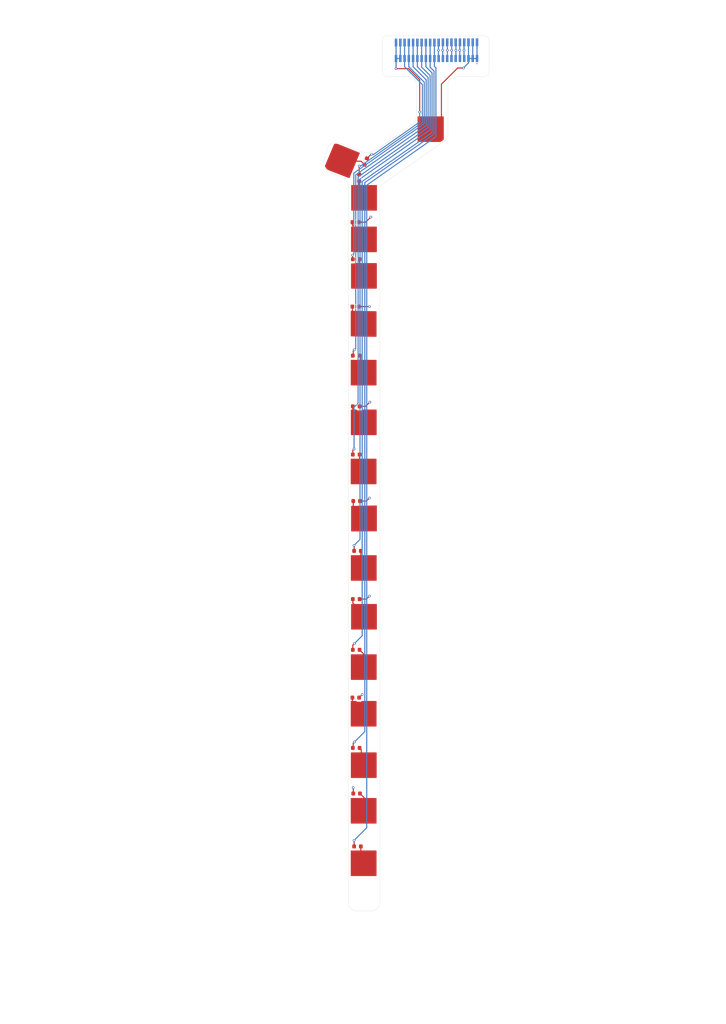
<source format=kicad_pcb>
(kicad_pcb
	(version 20240108)
	(generator "pcbnew")
	(generator_version "8.0")
	(general
		(thickness 1.6)
		(legacy_teardrops no)
	)
	(paper "A3")
	(layers
		(0 "F.Cu" signal)
		(1 "In1.Cu" signal)
		(2 "In2.Cu" signal)
		(31 "B.Cu" signal)
		(32 "B.Adhes" user "B.Adhesive")
		(33 "F.Adhes" user "F.Adhesive")
		(34 "B.Paste" user)
		(35 "F.Paste" user)
		(36 "B.SilkS" user "B.Silkscreen")
		(37 "F.SilkS" user "F.Silkscreen")
		(38 "B.Mask" user)
		(39 "F.Mask" user)
		(40 "Dwgs.User" user "User.Drawings")
		(41 "Cmts.User" user "User.Comments")
		(42 "Eco1.User" user "User.Eco1")
		(43 "Eco2.User" user "User.Eco2")
		(44 "Edge.Cuts" user)
		(45 "Margin" user)
		(46 "B.CrtYd" user "B.Courtyard")
		(47 "F.CrtYd" user "F.Courtyard")
		(48 "B.Fab" user)
		(49 "F.Fab" user)
		(50 "User.1" user)
		(51 "User.2" user)
		(52 "User.3" user)
		(53 "User.4" user)
		(54 "User.5" user)
		(55 "User.6" user)
		(56 "User.7" user)
		(57 "User.8" user)
		(58 "User.9" user)
	)
	(setup
		(stackup
			(layer "F.SilkS"
				(type "Top Silk Screen")
			)
			(layer "F.Paste"
				(type "Top Solder Paste")
			)
			(layer "F.Mask"
				(type "Top Solder Mask")
				(thickness 0.01)
			)
			(layer "F.Cu"
				(type "copper")
				(thickness 0.035)
			)
			(layer "dielectric 1"
				(type "prepreg")
				(thickness 0.1)
				(material "FR4")
				(epsilon_r 4.5)
				(loss_tangent 0.02)
			)
			(layer "In1.Cu"
				(type "copper")
				(thickness 0.035)
			)
			(layer "dielectric 2"
				(type "core")
				(thickness 1.24)
				(material "FR4")
				(epsilon_r 4.5)
				(loss_tangent 0.02)
			)
			(layer "In2.Cu"
				(type "copper")
				(thickness 0.035)
			)
			(layer "dielectric 3"
				(type "prepreg")
				(thickness 0.1)
				(material "FR4")
				(epsilon_r 4.5)
				(loss_tangent 0.02)
			)
			(layer "B.Cu"
				(type "copper")
				(thickness 0.035)
			)
			(layer "B.Mask"
				(type "Bottom Solder Mask")
				(thickness 0.01)
			)
			(layer "B.Paste"
				(type "Bottom Solder Paste")
			)
			(layer "B.SilkS"
				(type "Bottom Silk Screen")
			)
			(copper_finish "None")
			(dielectric_constraints no)
		)
		(pad_to_mask_clearance 0)
		(allow_soldermask_bridges_in_footprints no)
		(pcbplotparams
			(layerselection 0x00010fc_ffffffff)
			(plot_on_all_layers_selection 0x0000000_00000000)
			(disableapertmacros no)
			(usegerberextensions no)
			(usegerberattributes yes)
			(usegerberadvancedattributes yes)
			(creategerberjobfile no)
			(dashed_line_dash_ratio 12.000000)
			(dashed_line_gap_ratio 3.000000)
			(svgprecision 4)
			(plotframeref no)
			(viasonmask no)
			(mode 1)
			(useauxorigin yes)
			(hpglpennumber 1)
			(hpglpenspeed 20)
			(hpglpendiameter 15.000000)
			(pdf_front_fp_property_popups yes)
			(pdf_back_fp_property_popups yes)
			(dxfpolygonmode yes)
			(dxfimperialunits yes)
			(dxfusepcbnewfont yes)
			(psnegative no)
			(psa4output no)
			(plotreference no)
			(plotvalue no)
			(plotfptext no)
			(plotinvisibletext no)
			(sketchpadsonfab no)
			(subtractmaskfromsilk yes)
			(outputformat 1)
			(mirror no)
			(drillshape 0)
			(scaleselection 1)
			(outputdirectory "gerber/")
		)
	)
	(net 0 "")
	(net 1 "/V1")
	(net 2 "/V2")
	(net 3 "/V3")
	(net 4 "/V4")
	(net 5 "/V5")
	(net 6 "/V6")
	(net 7 "/V7")
	(net 8 "/V8")
	(net 9 "/V9")
	(net 10 "/V10")
	(net 11 "/V11")
	(net 12 "/V12")
	(net 13 "/V13")
	(net 14 "/V14")
	(net 15 "/V15")
	(net 16 "Net-(J17-Pin_1)")
	(net 17 "VBUS")
	(net 18 "GND")
	(net 19 "Net-(J16-Pin_1)")
	(net 20 "Net-(J15-Pin_1)")
	(net 21 "Net-(J14-Pin_1)")
	(net 22 "Net-(J13-Pin_1)")
	(net 23 "Net-(J12-Pin_1)")
	(net 24 "Net-(J11-Pin_1)")
	(net 25 "Net-(J10-Pin_1)")
	(net 26 "Net-(J9-Pin_1)")
	(net 27 "Net-(J8-Pin_1)")
	(net 28 "Net-(J7-Pin_1)")
	(net 29 "Net-(J6-Pin_1)")
	(net 30 "Net-(J5-Pin_1)")
	(net 31 "Net-(J4-Pin_1)")
	(net 32 "Net-(J3-Pin_1)")
	(net 33 "Net-(J2-Pin_1)")
	(footprint "Fuse:Fuse_0603_1608Metric" (layer "F.Cu") (at 198.1 148.9 180))
	(footprint "Fuse:Fuse_0603_1608Metric" (layer "F.Cu") (at 198.3 229.9))
	(footprint "Fuse:Fuse_0603_1608Metric" (layer "F.Cu") (at 197.9 103.3 180))
	(footprint "VTSENS:Baby_ST_Bond_Pad" (layer "F.Cu") (at 199.75 198.6 90))
	(footprint "VTSENS:Baby_ST_Bond_Pad" (layer "F.Cu") (at 199.75 87.35 90))
	(footprint "VTSENS:Baby_ST_Bond_Pad" (layer "F.Cu") (at 199.75 107.1 90))
	(footprint "Fuse:Fuse_0603_1608Metric" (layer "F.Cu") (at 198.7 73.1 -90))
	(footprint "VTSENS:Baby_ST_Bond_Pad" (layer "F.Cu") (at 199.75 221.85 -90))
	(footprint "VTSENS:Baby_ST_Bond_Pad" (layer "F.Cu") (at 199.95 95.942699 90))
	(footprint "VTSENS:Baby_ST_Bond_Pad" (layer "F.Cu") (at 199.776785 210.6 90))
	(footprint "Fuse:Fuse_0603_1608Metric" (layer "F.Cu") (at 198 171.9 180))
	(footprint "Fuse:Fuse_0603_1608Metric" (layer "F.Cu") (at 198.3 160.6))
	(footprint "Fuse:Fuse_0603_1608Metric" (layer "F.Cu") (at 197.9 83.5 180))
	(footprint "VTSENS:Baby_ST_Bond_Pad" (layer "F.Cu") (at 199.776785 187.657301 90))
	(footprint "VTSENS:Baby_ST_Bond_Pad" (layer "F.Cu") (at 215.8 62 90))
	(footprint "Fuse:Fuse_0603_1608Metric" (layer "F.Cu") (at 197.9 195 180))
	(footprint "VTSENS:Baby_ST_Bond_Pad" (layer "F.Cu") (at 194.5 69.2 -22.5))
	(footprint "Fuse:Fuse_0603_1608Metric" (layer "F.Cu") (at 200.25 69.3 -110))
	(footprint "Fuse:Fuse_0603_1608Metric" (layer "F.Cu") (at 198 183.8))
	(footprint "Fuse:Fuse_0603_1608Metric" (layer "F.Cu") (at 198 206.8))
	(footprint "Fuse:Fuse_0603_1608Metric" (layer "F.Cu") (at 198 92.2))
	(footprint "Fuse:Fuse_0603_1608Metric" (layer "F.Cu") (at 198 138))
	(footprint "VTSENS:Baby_ST_Bond_Pad" (layer "F.Cu") (at 199.75 141.6 90))
	(footprint "VTSENS:Baby_ST_Bond_Pad" (layer "F.Cu") (at 199.75 153.1 -90))
	(footprint "VTSENS:Baby_ST_Bond_Pad" (layer "F.Cu") (at 199.75 233.6 -90))
	(footprint "VTSENS:Baby_ST_Bond_Pad" (layer "F.Cu") (at 199.75 175.85 -90))
	(footprint "Fuse:Fuse_0603_1608Metric" (layer "F.Cu") (at 198 126.7 180))
	(footprint "VTSENS:Baby_ST_Bond_Pad" (layer "F.Cu") (at 199.75 118.6 90))
	(footprint "Fuse:Fuse_0603_1608Metric" (layer "F.Cu") (at 198 114.8))
	(footprint "VTSENS:Baby_ST_Bond_Pad" (layer "F.Cu") (at 199.776785 164.407301 90))
	(footprint "VTSENS:Baby_ST_Bond_Pad" (layer "F.Cu") (at 199.75 130.6 -90))
	(footprint "Fuse:Fuse_0603_1608Metric" (layer "F.Cu") (at 198.1 217.5))
	(footprint "VTSENS:Baby_ST_Bond_Pad" (layer "F.Cu") (at 200 78.1 90))
	(footprint "FPC:526102072" (layer "B.Cu") (at 216.85 44.3 180))
	(gr_line
		(start 229.2 40.803673)
		(end 229.2 48.3)
		(stroke
			(width 0.05)
			(type default)
		)
		(layer "Edge.Cuts")
		(uuid "0c3a8ab2-7e75-42d2-b164-ad685089c946")
	)
	(gr_arc
		(start 191.280846 66.23386)
		(mid 192.32697 64.998891)
		(end 193.944481 64.942474)
		(stroke
			(width 0.05)
			(type default)
		)
		(layer "Edge.Cuts")
		(uuid "10f9bb30-f390-4bca-87cc-c309a3b49011")
	)
	(gr_line
		(start 205.1 39.800054)
		(end 228.2 39.800054)
		(stroke
			(width 0.05)
			(type default)
		)
		(layer "Edge.Cuts")
		(uuid "16b4808f-509a-4301-b9f5-d6b5aa1d61bd")
	)
	(gr_arc
		(start 203.529941 76.076143)
		(mid 203.755923 75.152653)
		(end 204.382788 74.437844)
		(stroke
			(width 0.05)
			(type default)
		)
		(layer "Edge.Cuts")
		(uuid "1a0944c0-d98a-4bcf-9c0c-f97317397c2d")
	)
	(gr_line
		(start 198.639921 66.82723)
		(end 193.944477 64.942485)
		(stroke
			(width 0.05)
			(type default)
		)
		(layer "Edge.Cuts")
		(uuid "1a3faf27-3f01-4645-a6dd-df4dbe0e6b91")
	)
	(gr_line
		(start 203.529941 76.076143)
		(end 203.529941 243.035014)
		(stroke
			(width 0.05)
			(type default)
		)
		(layer "Edge.Cuts")
		(uuid "223ae23d-fed2-44a0-ac0c-59e9220eff32")
	)
	(gr_line
		(start 212.103406 58.956943)
		(end 212.103406 51.350274)
		(stroke
			(width 0.05)
			(type default)
		)
		(layer "Edge.Cuts")
		(uuid "225b2130-0a0c-4014-9028-17bac7829ad9")
	)
	(gr_arc
		(start 203.0802 66.316193)
		(mid 200.9248 67.134215)
		(end 198.639921 66.82723)
		(stroke
			(width 0.05)
			(type default)
		)
		(layer "Edge.Cuts")
		(uuid "22cbaac1-8499-4598-bb83-d24087f11cd3")
	)
	(gr_line
		(start 218.650559 64.447444)
		(end 204.382788 74.437844)
		(stroke
			(width 0.05)
			(type default)
		)
		(layer "Edge.Cuts")
		(uuid "35271b94-7235-4f02-b81a-99ade4f90566")
	)
	(gr_arc
		(start 205.107084 49.292902)
		(mid 204.4 49)
		(end 204.107111 48.292902)
		(stroke
			(width 0.05)
			(type default)
		)
		(layer "Edge.Cuts")
		(uuid "48b97b31-a070-473d-bbd4-38646e865acf")
	)
	(gr_arc
		(start 228.192855 39.801765)
		(mid 228.905702 40.098128)
		(end 229.198272 40.812541)
		(stroke
			(width 0.05)
			(type default)
		)
		(layer "Edge.Cuts")
		(uuid "505fa6dc-19bc-4da9-bb9d-917add817e2f")
	)
	(gr_line
		(start 204.107111 48.292902)
		(end 204.107176 40.800054)
		(stroke
			(width 0.05)
			(type default)
		)
		(layer "Edge.Cuts")
		(uuid "518d22fd-8d55-459e-a696-b21469a40ae0")
	)
	(gr_arc
		(start 229.200625 48.299993)
		(mid 228.892062 49.043394)
		(end 228.14782 49.349925)
		(stroke
			(width 0.05)
			(type default)
		)
		(layer "Edge.Cuts")
		(uuid "70907e19-7e8f-47a9-8543-f2ee9730fb06")
	)
	(gr_arc
		(start 212.103406 58.956943)
		(mid 211.87743 59.880443)
		(end 211.250559 60.595248)
		(stroke
			(width 0.05)
			(type default)
		)
		(layer "Edge.Cuts")
		(uuid "74d998d2-5d53-48e6-a766-531d71c1368c")
	)
	(gr_arc
		(start 219.503406 51.350274)
		(mid 220.089183 49.93605)
		(end 221.503406 49.350274)
		(stroke
			(width 0.05)
			(type default)
		)
		(layer "Edge.Cuts")
		(uuid "76bebf18-bf11-41ec-bd6b-1fbb3c660362")
	)
	(gr_arc
		(start 191.556678 71.70489)
		(mid 190.502041 70.721335)
		(end 190.383069 69.284155)
		(stroke
			(width 0.05)
			(type default)
		)
		(layer "Edge.Cuts")
		(uuid "8b2382ee-ef13-4846-9616-ff815fe4fde4")
	)
	(gr_line
		(start 190.383069 69.284155)
		(end 191.280846 66.23386)
		(stroke
			(width 0.05)
			(type default)
		)
		(layer "Edge.Cuts")
		(uuid "967219e8-c239-4be8-a9f8-460a8f35cb30")
	)
	(gr_arc
		(start 219.503406 62.809143)
		(mid 219.277423 63.732632)
		(end 218.650559 64.447444)
		(stroke
			(width 0.05)
			(type default)
		)
		(layer "Edge.Cuts")
		(uuid "a2689f82-1c28-4c33-acca-2016fcb18d11")
	)
	(gr_line
		(start 219.503406 51.350274)
		(end 219.503406 62.809143)
		(stroke
			(width 0.05)
			(type default)
		)
		(layer "Edge.Cuts")
		(uuid "a4def3db-73ee-456f-9051-0bacb1fb8633")
	)
	(gr_line
		(start 210.103406 49.350274)
		(end 205.107084 49.292902)
		(stroke
			(width 0.05)
			(type default)
		)
		(layer "Edge.Cuts")
		(uuid "a65305af-8693-4271-8ce8-a484020c652f")
	)
	(gr_arc
		(start 203.529941 243.035014)
		(mid 202.944163 244.449233)
		(end 201.529941 245.035014)
		(stroke
			(width 0.05)
			(type default)
		)
		(layer "Edge.Cuts")
		(uuid "ab997026-521e-488c-9464-752b8e6cfc9e")
	)
	(gr_arc
		(start 204.107176 40.800054)
		(mid 204.397513 40.095458)
		(end 205.1 39.800054)
		(stroke
			(width 0.05)
			(type default)
		)
		(layer "Edge.Cuts")
		(uuid "b117e708-a685-44cf-95aa-5b20bae40410")
	)
	(gr_line
		(start 196.129941 243.035014)
		(end 196.129941 74.892876)
		(stroke
			(width 0.05)
			(type default)
		)
		(layer "Edge.Cuts")
		(uuid "bba9b52d-7d8b-4d2c-9928-143bb3bf5245")
	)
	(gr_line
		(start 194.874948 73.036814)
		(end 191.556678 71.70489)
		(stroke
			(width 0.05)
			(type default)
		)
		(layer "Edge.Cuts")
		(uuid "bc5095cd-ed6b-457e-a3ac-dc0b731f7ded")
	)
	(gr_line
		(start 201.529941 245.035014)
		(end 198.129941 245.035014)
		(stroke
			(width 0.05)
			(type default)
		)
		(layer "Edge.Cuts")
		(uuid "c3e75e2c-65d4-4506-b806-ebaeafaf6c7b")
	)
	(gr_line
		(start 203.0802 66.316193)
		(end 211.250559 60.595248)
		(stroke
			(width 0.05)
			(type default)
		)
		(layer "Edge.Cuts")
		(uuid "c45156c5-6320-4ba9-a81c-c33aeca85dab")
	)
	(gr_arc
		(start 210.103406 49.350274)
		(mid 211.517591 49.936072)
		(end 212.103406 51.350274)
		(stroke
			(width 0.05)
			(type default)
		)
		(layer "Edge.Cuts")
		(uuid "cc5c8947-a412-407a-8c8f-4f2108becc4c")
	)
	(gr_arc
		(start 198.129941 245.035014)
		(mid 196.715762 244.449212)
		(end 196.129941 243.035014)
		(stroke
			(width 0.05)
			(type default)
		)
		(layer "Edge.Cuts")
		(uuid "e1c1652e-91a1-47a9-a4e1-2228355719af")
	)
	(gr_line
		(start 221.49782 49.349925)
		(end 228.14782 49.349925)
		(stroke
			(width 0.05)
			(type default)
		)
		(layer "Edge.Cuts")
		(uuid "ea7611bf-e12f-4739-8b5c-83b090bcc95f")
	)
	(gr_arc
		(start 194.87495 73.036808)
		(mid 195.786756 73.772604)
		(end 196.129941 74.892876)
		(stroke
			(width 0.05)
			(type default)
		)
		(layer "Edge.Cuts")
		(uuid "f5ce9bba-46c6-4549-a5ce-3f68383457b0")
	)
	(gr_curve
		(pts
			(xy 252.531409 236.420838) (xy 252.531684 236.420257) (xy 252.531958 236.419677) (xy 252.532348 236.418325)
		)
		(locked yes)
		(stroke
			(width 0.1)
			(type default)
		)
		(layer "User.2")
		(uuid "00009bff-2b67-4a9f-9429-a1ab792ce7ca")
	)
	(gr_curve
		(pts
			(xy 264.23124 107.926942) (xy 264.244176 107.919503) (xy 264.26491 107.90758) (xy 264.26491 107.90758)
		)
		(locked yes)
		(stroke
			(width 0.1)
			(type default)
		)
		(layer "User.2")
		(uuid "00019bae-e99a-40e3-83f7-926cd4924a0e")
	)
	(gr_line
		(start 246.099016 98.956728)
		(end 246.111058 99.0096)
		(locked yes)
		(stroke
			(width 0.1)
			(type default)
		)
		(layer "User.2")
		(uuid "0003e7b8-c2f7-4379-a378-3535ed705648")
	)
	(gr_curve
		(pts
			(xy 186.039369 110.618633) (xy 186.048583 110.624369) (xy 186.058502 110.628522) (xy 186.068569 110.630858)
		)
		(locked yes)
		(stroke
			(width 0.1)
			(type default)
		)
		(layer "User.2")
		(uuid "00047705-ff1a-479b-8b9a-150e55dd1d89")
	)
	(gr_line
		(start 148.927855 169.780551)
		(end 148.927856 169.780552)
		(locked yes)
		(stroke
			(width 0.1)
			(type default)
		)
		(layer "User.2")
		(uuid "000641b3-3751-454e-be0d-e664fa02e4d5")
	)
	(gr_line
		(start 272.461592 201.93287)
		(end 272.551793 201.985153)
		(locked yes)
		(stroke
			(width 0.1)
			(type default)
		)
		(layer "User.2")
		(uuid "000766f6-9531-4c40-8358-87e8ea4ae622")
	)
	(gr_curve
		(pts
			(xy 166.380842 91.789329) (xy 166.397173 91.83418) (xy 166.437417 91.870326) (xy 166.491845 91.885655)
		)
		(locked yes)
		(stroke
			(width 0.1)
			(type default)
		)
		(layer "User.2")
		(uuid "00077717-591f-4dd1-9759-cac2b89a8fd5")
	)
	(gr_curve
		(pts
			(xy 147.067673 79.763351) (xy 147.060454 79.724734) (xy 147.05213 79.683419) (xy 147.042616 79.639016)
		)
		(locked yes)
		(stroke
			(width 0.1)
			(type default)
		)
		(layer "User.2")
		(uuid "00092ce9-59f9-4671-83b5-87e828cb2ded")
	)
	(gr_curve
		(pts
			(xy 195.113094 107.916891) (xy 195.104087 107.912809) (xy 195.09508 107.908726) (xy 195.084443 107.903915)
		)
		(locked yes)
		(stroke
			(width 0.1)
			(type default)
		)
		(layer "User.2")
		(uuid "000ce51e-9afd-4470-8a3b-3388eed75118")
	)
	(gr_curve
		(pts
			(xy 172.132564 140.915226) (xy 172.112779 140.871696) (xy 172.092488 140.824597) (xy 172.072753 140.776294)
		)
		(locked yes)
		(stroke
			(width 0.1)
			(type default)
		)
		(layer "User.2")
		(uuid "000daad1-354b-4a01-81ec-4050b799c77d")
	)
	(gr_line
		(start 166.899867 98.824783)
		(end 166.899778 98.824569)
		(locked yes)
		(stroke
			(width 0.1)
			(type default)
		)
		(layer "User.2")
		(uuid "001073e5-de51-46b3-9767-0d47ec2bbeae")
	)
	(gr_curve
		(pts
			(xy 188.533138 124.103335) (xy 188.5294 124.112468) (xy 188.52748 124.122148) (xy 188.527484 124.13183)
		)
		(locked yes)
		(stroke
			(width 0.1)
			(type default)
		)
		(layer "User.2")
		(uuid "0010a4c4-862d-42a8-adab-558e1209c8c4")
	)
	(gr_curve
		(pts
			(xy 234.421956 107.843007) (xy 234.438621 107.829452) (xy 234.455227 107.815739) (xy 234.470819 107.801661)
		)
		(locked yes)
		(stroke
			(width 0.1)
			(type default)
		)
		(layer "User.2")
		(uuid "001115d4-3e9c-4bf3-95c1-756a7dfbcc98")
	)
	(gr_curve
		(pts
			(xy 132.108097 67.2425) (xy 132.10936 67.230863) (xy 132.110523 67.219881) (xy 132.111581 67.209626)
		)
		(locked yes)
		(stroke
			(width 0.1)
			(type default)
		)
		(layer "User.2")
		(uuid "00112601-d4f1-4ed7-923b-680ab7214d21")
	)
	(gr_curve
		(pts
			(xy 163.484948 148.650409) (xy 163.899419 149.789159) (xy 163.899419 149.789159) (xy 163.899419 149.789159)
		)
		(locked yes)
		(stroke
			(width 0.1)
			(type default)
		)
		(layer "User.2")
		(uuid "0011bb6b-13fb-4362-adb4-90a55ab0a909")
	)
	(gr_curve
		(pts
			(xy 145.531664 165.209673) (xy 145.592572 165.377016) (xy 145.65348 165.544359) (xy 145.714387 165.711702)
		)
		(locked yes)
		(stroke
			(width 0.1)
			(type default)
		)
		(layer "User.2")
		(uuid "00121ed2-7c9d-4fc0-9cbb-42b0f6e4d54c")
	)
	(gr_curve
		(pts
			(xy 173.652756 98.862929) (xy 173.642607 98.860792) (xy 173.632125 98.860248) (xy 173.62181 98.861322)
		)
		(locked yes)
		(stroke
			(width 0.1)
			(type default)
		)
		(layer "User.2")
		(uuid "0012b10f-6d36-4aed-a691-02d1701c9f73")
	)
	(gr_curve
		(pts
			(xy 193.229714 201.937092) (xy 193.230915 201.931682) (xy 193.232245 201.925851) (xy 193.233576 201.920021)
		)
		(locked yes)
		(stroke
			(width 0.1)
			(type default)
		)
		(layer "User.2")
		(uuid "00176287-7a4e-4177-9d80-8adb91d4a8b9")
	)
	(gr_curve
		(pts
			(xy 246.006998 121.796697) (xy 246.016005 121.777599) (xy 246.024522 121.757649) (xy 246.033037 121.737695)
		)
		(locked yes)
		(stroke
			(width 0.1)
			(type default)
		)
		(layer "User.2")
		(uuid "00198822-4a01-47ed-b58c-167091eb6658")
	)
	(gr_curve
		(pts
			(xy 168.676323 181.264237) (xy 168.675886 181.342897) (xy 168.67545 181.421557) (xy 168.674993 181.500359)
		)
		(locked yes)
		(stroke
			(width 0.1)
			(type default)
		)
		(layer "User.2")
		(uuid "001b8e2b-c086-4d49-bd88-4ea980998d7f")
	)
	(gr_curve
		(pts
			(xy 208.33355 90.429797) (xy 208.327098 90.438537) (xy 208.319102 90.446309) (xy 208.310174 90.452518)
		)
		(locked yes)
		(stroke
			(width 0.1)
			(type default)
		)
		(layer "User.2")
		(uuid "001d20e6-19a7-4592-8b6b-dc795dfbd635")
	)
	(gr_curve
		(pts
			(xy 184.647685 85.141502) (xy 184.641618 85.149285) (xy 184.636931 85.15837) (xy 184.633887 85.168245)
		)
		(locked yes)
		(stroke
			(width 0.1)
			(type default)
		)
		(layer "User.2")
		(uuid "001d2de4-4380-44d1-8b79-6078c9ca10b2")
	)
	(gr_curve
		(pts
			(xy 128.979548 204.589908) (xy 128.97268 204.597396) (xy 128.967282 204.605855) (xy 128.963649 204.614823)
		)
		(locked yes)
		(stroke
			(width 0.1)
			(type default)
		)
		(layer "User.2")
		(uuid "001db3bf-6415-47a9-9a90-221944a55c89")
	)
	(gr_circle
		(center 199.829889 56.700274)
		(end 202.979889 56.700274)
		(locked yes)
		(stroke
			(width 0.1)
			(type default)
		)
		(fill none)
		(layer "User.2")
		(uuid "001dcb3f-ef2b-4990-8509-75bcb2ed1932")
	)
	(gr_line
		(start 144.692349 176.897313)
		(end 144.584631 176.959259)
		(locked yes)
		(stroke
			(width 0.1)
			(type default)
		)
		(layer "User.2")
		(uuid "001e69ad-2616-4114-be7f-556f50773681")
	)
	(gr_curve
		(pts
			(xy 133.988723 70.906102) (xy 134.022681 70.877608) (xy 134.059217 70.846951) (xy 134.097414 70.8149)
		)
		(locked yes)
		(stroke
			(width 0.1)
			(type default)
		)
		(layer "User.2")
		(uuid "001f3030-a910-47e2-8664-dbaef9a1328a")
	)
	(gr_curve
		(pts
			(xy 191.453259 170.522665) (xy 191.450065 170.512736) (xy 191.448437 170.502305) (xy 191.448455 170.491875)
		)
		(locked yes)
		(stroke
			(width 0.1)
			(type default)
		)
		(layer "User.2")
		(uuid "001ff002-97c2-4106-847e-92e9b8a6e0b3")
	)
	(gr_curve
		(pts
			(xy 228.165453 147.251738) (xy 228.165015 147.327229) (xy 228.164559 147.402851) (xy 228.164103 147.478474)
		)
		(locked yes)
		(stroke
			(width 0.1)
			(type default)
		)
		(layer "User.2")
		(uuid "0021e2c9-bfec-4549-bad1-f3a8620e2420")
	)
	(gr_curve
		(pts
			(xy 231.146097 124.869339) (xy 231.126715 124.872805) (xy 231.106836 124.878137) (xy 231.086755 124.88455)
		)
		(locked yes)
		(stroke
			(width 0.1)
			(type default)
		)
		(layer "User.2")
		(uuid "00234422-ab28-4639-ba6d-133e51f8c022")
	)
	(gr_curve
		(pts
			(xy 211.081807 204.699432) (xy 211.081609 204.623809) (xy 211.081411 204.548186) (xy 211.081231 204.472693)
		)
		(locked yes)
		(stroke
			(width 0.1)
			(type default)
		)
		(layer "User.2")
		(uuid "00239c1a-f5f7-4a3b-80c2-554212ee4105")
	)
	(gr_line
		(start 252.531352 236.420889)
		(end 252.531409 236.420838)
		(locked yes)
		(stroke
			(width 0.1)
			(type default)
		)
		(layer "User.2")
		(uuid "00241cba-0713-418c-89ee-b344b8b57188")
	)
	(gr_curve
		(pts
			(xy 273.962735 222.351882) (xy 273.958484 222.342375) (xy 273.955723 222.332209) (xy 273.954582 222.321871)
		)
		(locked yes)
		(stroke
			(width 0.1)
			(type default)
		)
		(layer "User.2")
		(uuid "0027423e-7fa2-4330-9695-6e74fc5f17d6")
	)
	(gr_curve
		(pts
			(xy 191.310448 238.582943) (xy 191.303418 238.575369) (xy 191.294884 238.568827) (xy 191.285326 238.563683)
		)
		(locked yes)
		(stroke
			(width 0.1)
			(type default)
		)
		(layer "User.2")
		(uuid "002a9036-1f17-480b-9dd5-6b2035689de1")
	)
	(gr_curve
		(pts
			(xy 125.397557 128.444366) (xy 125.251483 128.043031) (xy 125.105409 127.641696) (xy 124.959335 127.240361)
		)
		(locked yes)
		(stroke
			(width 0.1)
			(type default)
		)
		(layer "User.2")
		(uuid "002c6d28-a550-40b6-9a3e-f577febc5898")
	)
	(gr_curve
		(pts
			(xy 128.919107 227.542698) (xy 128.91937 227.388218) (xy 128.919633 227.234133) (xy 128.919895 227.080352)
		)
		(locked yes)
		(stroke
			(width 0.1)
			(type default)
		)
		(layer "User.2")
		(uuid "002c8522-975c-4fa8-aff7-05d7aae33a51")
	)
	(gr_curve
		(pts
			(xy 250.932847 113.401785) (xy 250.926752 113.393321) (xy 250.921993 113.383897) (xy 250.918799 113.373968)
		)
		(locked yes)
		(stroke
			(width 0.1)
			(type default)
		)
		(layer "User.2")
		(uuid "002d29ee-0dd2-4602-a730-c39d8371ec02")
	)
	(gr_curve
		(pts
			(xy 148.605111 103.491996) (xy 148.52921 103.283462) (xy 148.45331 103.074928) (xy 148.37741 102.866395)
		)
		(locked yes)
		(stroke
			(width 0.1)
			(type default)
		)
		(layer "User.2")
		(uuid "002d88e7-2ea7-4e7c-923e-b9ee16a864e0")
	)
	(gr_curve
		(pts
			(xy 186.053045 171.039083) (xy 185.996862 171.024389) (xy 185.95661 170.988231) (xy 185.940284 170.943365)
		)
		(locked yes)
		(stroke
			(width 0.1)
			(type default)
		)
		(layer "User.2")
		(uuid "002f5722-df39-48ba-8448-fb9eb9a0dce3")
	)
	(gr_curve
		(pts
			(xy 173.520286 190.399436) (xy 173.52635 190.388973) (xy 173.532913 190.377651) (xy 173.539477 190.366326)
		)
		(locked yes)
		(stroke
			(width 0.1)
			(type default)
		)
		(layer "User.2")
		(uuid "002fcb64-09d2-460a-aac2-b6f09a8020d8")
	)
	(gr_circle
		(center 249.409843 118.050274)
		(end 259.909843 118.050274)
		(locked yes)
		(stroke
			(width 0.1)
			(type default)
		)
		(fill none)
		(layer "User.2")
		(uuid "00369d7f-0bd1-48fa-b358-c4e862161357")
	)
	(gr_line
		(start 224.798757 84.806444)
		(end 224.798773 84.80652)
		(locked yes)
		(stroke
			(width 0.1)
			(type default)
		)
		(layer "User.2")
		(uuid "00379668-1d43-4c72-bf1c-692c9375564c")
	)
	(gr_curve
		(pts
			(xy 168.711845 161.757944) (xy 168.75498 161.742244) (xy 168.778899 161.733538) (xy 168.778905 161.733536)
		)
		(locked yes)
		(stroke
			(width 0.1)
			(type default)
		)
		(layer "User.2")
		(uuid "003b2a46-32ec-47ed-ac1b-10ba68005289")
	)
	(gr_curve
		(pts
			(xy 148.544783 81.383831) (xy 148.546245 81.383504) (xy 148.572269 81.376518) (xy 148.617578 81.364281)
		)
		(locked yes)
		(stroke
			(width 0.1)
			(type default)
		)
		(layer "User.2")
		(uuid "003b614f-72b6-4358-a416-b7778f8b13e2")
	)
	(gr_curve
		(pts
			(xy 225.970693 202.059923) (xy 225.836778 202.136935) (xy 225.703205 202.21375) (xy 225.569895 202.290414)
		)
		(locked yes)
		(stroke
			(width 0.1)
			(type default)
		)
		(layer "User.2")
		(uuid "003dc29d-f15f-49cc-adb5-a124c4661299")
	)
	(gr_curve
		(pts
			(xy 247.820255 226.970472) (xy 247.819059 226.993217) (xy 247.817937 227.015953) (xy 247.816708 227.037962)
		)
		(locked yes)
		(stroke
			(width 0.1)
			(type default)
		)
		(layer "User.2")
		(uuid "00402e2c-3a67-40bb-bfad-8c798adef18b")
	)
	(gr_curve
		(pts
			(xy 274.188842 84.922071) (xy 274.187702 84.911733) (xy 274.188183 84.901227) (xy 274.190259 84.891061)
		)
		(locked yes)
		(stroke
			(width 0.1)
			(type default)
		)
		(layer "User.2")
		(uuid "0040a87e-309a-4000-b684-9516b084b86b")
	)
	(gr_curve
		(pts
			(xy 194.949914 107.687005) (xy 194.948774 107.676668) (xy 194.949254 107.666162) (xy 194.95133 107.655995)
		)
		(locked yes)
		(stroke
			(width 0.1)
			(type default)
		)
		(layer "User.2")
		(uuid "00426dde-375d-43b8-99d8-a6ea389d29e6")
	)
	(gr_curve
		(pts
			(xy 124.907386 211.037391) (xy 124.980898 210.995116) (xy 125.022968 210.970923) (xy 125.022968 210.970923)
		)
		(locked yes)
		(stroke
			(width 0.1)
			(type default)
		)
		(layer "User.2")
		(uuid "004366d3-482e-4d89-9c1a-22c90f92d353")
	)
	(gr_curve
		(pts
			(xy 215.327722 73.743794) (xy 215.321682 73.73599) (xy 215.314259 73.729487) (xy 215.305872 73.72465)
		)
		(locked yes)
		(stroke
			(width 0.1)
			(type default)
		)
		(layer "User.2")
		(uuid "00454525-b814-4168-8785-de358557c22d")
	)
	(gr_curve
		(pts
			(xy 165.283307 141.968633) (xy 165.286429 141.971466) (xy 165.289912 141.974619) (xy 165.293645 141.978041)
		)
		(locked yes)
		(stroke
			(width 0.1)
			(type default)
		)
		(layer "User.2")
		(uuid "0047721b-f0d6-4a5f-8d5c-e867ef861306")
	)
	(gr_line
		(start 208.050412 227.865093)
		(end 208.050278 227.865166)
		(locked yes)
		(stroke
			(width 0.1)
			(type default)
		)
		(layer "User.2")
		(uuid "00492e51-1e68-4b4e-b28c-ba102b77c1f4")
	)
	(gr_curve
		(pts
			(xy 267.550729 216.480913) (xy 267.550721 216.480922) (xy 267.550714 216.480932) (xy 267.550707 216.480942)
		)
		(locked yes)
		(stroke
			(width 0.1)
			(type default)
		)
		(layer "User.2")
		(uuid "004c1ffa-0644-483a-ad9f-9bd4a94507b9")
	)
	(gr_curve
		(pts
			(xy 151.906551 147.583258) (xy 151.912638 147.591654) (xy 151.920042 147.599094) (xy 151.928408 147.605222)
		)
		(locked yes)
		(stroke
			(width 0.1)
			(type default)
		)
		(layer "User.2")
		(uuid "004dffca-f117-4506-8ed1-16ac4821a982")
	)
	(gr_curve
		(pts
			(xy 188.566753 101.100092) (xy 188.566778 101.085393) (xy 188.566804 101.070347) (xy 188.566804 101.070347)
		)
		(locked yes)
		(stroke
			(width 0.1)
			(type default)
		)
		(layer "User.2")
		(uuid "00511cc0-12b1-49ac-9f93-6d99efa60355")
	)
	(gr_arc
		(start 247.859299 204.070507)
		(mid 249.259586 203.903758)
		(end 250.659294 204.07528)
		(locked yes)
		(stroke
			(width 0.1)
			(type default)
		)
		(layer "User.2")
		(uuid "005267c0-4a1e-4c95-9e7a-323f6146a4a9")
	)
	(gr_curve
		(pts
			(xy 214.414308 210.859045) (xy 214.430973 210.84549) (xy 214.447579 210.831777) (xy 214.463171 210.817699)
		)
		(locked yes)
		(stroke
			(width 0.1)
			(type default)
		)
		(layer "User.2")
		(uuid "0053cda4-9b69-4402-a5c9-188eae272d5b")
	)
	(gr_curve
		(pts
			(xy 208.202577 181.849888) (xy 208.198944 181.858856) (xy 208.197078 181.868331) (xy 208.19708 181.877796)
		)
		(locked yes)
		(stroke
			(width 0.1)
			(type default)
		)
		(layer "User.2")
		(uuid "00557eac-7951-484f-bf1c-85b295c243ca")
	)
	(gr_curve
		(pts
			(xy 204.940662 96.283553) (xy 204.944889 96.274083) (xy 204.94763 96.263951) (xy 204.948755 96.253642)
		)
		(locked yes)
		(stroke
			(width 0.1)
			(type default)
		)
		(layer "User.2")
		(uuid "00569870-3a96-4d05-ae47-f709fcb427bc")
	)
	(gr_line
		(start 214.550618 210.800379)
		(end 214.550362 210.80057)
		(locked yes)
		(stroke
			(width 0.1)
			(type default)
		)
		(layer "User.2")
		(uuid "00574acb-c5ac-4aff-a025-22afc93f111e")
	)
	(gr_line
		(start 253.741825 83.700274)
		(end 284.741825 83.700274)
		(locked yes)
		(stroke
			(width 0.1)
			(type default)
		)
		(layer "User.2")
		(uuid "0057c207-d1f0-477e-8f93-9f28d49dcedc")
	)
	(gr_line
		(start 205.801955 99.180702)
		(end 205.801956 99.180702)
		(locked yes)
		(stroke
			(width 0.1)
			(type default)
		)
		(layer "User.2")
		(uuid "0058b1e3-db7b-48b6-a5d8-a59de9dcfbe6")
	)
	(gr_curve
		(pts
			(xy 172.13269 118.015551) (xy 172.112876 117.971964) (xy 172.092559 117.92481) (xy 172.072801 117.876453)
		)
		(locked yes)
		(stroke
			(width 0.1)
			(type default)
		)
		(layer "User.2")
		(uuid "005b8b33-ba7a-41ab-8739-c37045f55f81")
	)
	(gr_curve
		(pts
			(xy 253.321524 190.954377) (xy 253.248157 190.911852) (xy 253.20617 190.887515) (xy 253.20617 190.887515)
		)
		(locked yes)
		(stroke
			(width 0.1)
			(type default)
		)
		(layer "User.2")
		(uuid "005d573a-2c30-49ec-8b40-888669460f97")
	)
	(gr_line
		(start 184.917053 222.245248)
		(end 184.917051 222.245245)
		(locked yes)
		(stroke
			(width 0.1)
			(type default)
		)
		(layer "User.2")
		(uuid "005fd8b8-d910-4702-b3d7-7d1bfad7727a")
	)
	(gr_curve
		(pts
			(xy 213.253175 190.517903) (xy 213.262621 190.524815) (xy 213.271551 190.531313) (xy 213.279903 190.537357)
		)
		(locked yes)
		(stroke
			(width 0.1)
			(type default)
		)
		(layer "User.2")
		(uuid "00648426-eb84-45b2-b71d-23f9473f1609")
	)
	(gr_line
		(start 168.776755 135.111309)
		(end 168.776544 135.235575)
		(locked yes)
		(stroke
			(width 0.1)
			(type default)
		)
		(layer "User.2")
		(uuid "0064884d-ebb0-4084-b7e9-4e4064ef2842")
	)
	(gr_curve
		(pts
			(xy 122.21501 147.944811) (xy 122.229764 147.985345) (xy 122.24553 148.028661) (xy 122.261944 148.073758)
		)
		(locked yes)
		(stroke
			(width 0.1)
			(type default)
		)
		(layer "User.2")
		(uuid "0064cd93-de48-466b-8306-acca51ecb7ab")
	)
	(gr_curve
		(pts
			(xy 193.185479 224.860783) (xy 193.186129 224.857907) (xy 193.18687 224.854512) (xy 193.187692 224.850716)
		)
		(locked yes)
		(stroke
			(width 0.1)
			(type default)
		)
		(layer "User.2")
		(uuid "006864ac-7907-4ea9-9af8-e359fa3cc453")
	)
	(gr_line
		(start 141.616755 62.179118)
		(end 142.116755 61.759556)
		(locked yes)
		(stroke
			(width 0.1)
			(type default)
		)
		(layer "User.2")
		(uuid "00698232-5fb3-4c10-b56f-2ada8caf608e")
	)
	(gr_arc
		(start 225.5363 156.464432)
		(mid 224.6703 155.322376)
		(end 224.118758 153.99948)
		(locked yes)
		(stroke
			(width 0.1)
			(type default)
		)
		(layer "User.2")
		(uuid "006a7ee2-6ac7-415a-be38-113601beb1c9")
	)
	(gr_curve
		(pts
			(xy 144.609829 162.676951) (xy 144.609835 162.676949) (xy 144.633754 162.668243) (xy 144.676889 162.652543)
		)
		(locked yes)
		(stroke
			(width 0.1)
			(type default)
		)
		(layer "User.2")
		(uuid "006e988a-bda2-430d-8afb-8b40213bbabe")
	)
	(gr_curve
		(pts
			(xy 204.339982 142.406054) (xy 204.473293 142.32939) (xy 204.606865 142.252576) (xy 204.74078 142.175564)
		)
		(locked yes)
		(stroke
			(width 0.1)
			(type default)
		)
		(layer "User.2")
		(uuid "006f1979-fe5b-41a6-ae6c-0c2fed931ea3")
	)
	(gr_curve
		(pts
			(xy 267.539098 239.337988) (xy 267.544082 239.345112) (xy 267.551352 239.354026) (xy 267.560384 239.364176)
		)
		(locked yes)
		(stroke
			(width 0.1)
			(type default)
		)
		(layer "User.2")
		(uuid "006fabc8-d18b-4676-b07d-ecfbf5238b06")
	)
	(gr_arc
		(start 234.17328 53.665466)
		(mid 234.905578 52.711749)
		(end 236.052393 52.350295)
		(locked yes)
		(stroke
			(width 0.1)
			(type default)
		)
		(layer "User.2")
		(uuid "0071d826-1f0e-464c-8d5d-356452f15e5c")
	)
	(gr_line
		(start 206.316753 144.729955)
		(end 206.402124 144.723274)
		(locked yes)
		(stroke
			(width 0.1)
			(type default)
		)
		(layer "User.2")
		(uuid "0071e877-0439-4e85-8aea-148e9ba21c96")
	)
	(gr_curve
		(pts
			(xy 194.866467 245.227558) (xy 194.860517 245.219928) (xy 194.853245 245.213574) (xy 194.845047 245.208843)
		)
		(locked yes)
		(stroke
			(width 0.1)
			(type default)
		)
		(layer "User.2")
		(uuid "0071ebb2-d707-462f-bed6-f3c6d67c9b7c")
	)
	(gr_curve
		(pts
			(xy 264.117952 153.771702) (xy 264.114868 153.781384) (xy 264.113359 153.791855) (xy 264.113507 153.802543)
		)
		(locked yes)
		(stroke
			(width 0.1)
			(type default)
		)
		(layer "User.2")
		(uuid "00730f46-4feb-47bf-a18b-6cc13cb38d91")
	)
	(gr_line
		(start 189.157113 153.369504)
		(end 189.244877 153.610633)
		(locked yes)
		(stroke
			(width 0.1)
			(type default)
		)
		(layer "User.2")
		(uuid "0073abbc-5df5-4f28-a8a2-bf4991fc6a7e")
	)
	(gr_curve
		(pts
			(xy 254.950091 188.502124) (xy 254.956159 188.491649) (xy 254.961728 188.482043) (xy 254.966374 188.474034)
		)
		(locked yes)
		(stroke
			(width 0.1)
			(type default)
		)
		(layer "User.2")
		(uuid "0074b6cf-8bc2-44ad-a867-a170317101b1")
	)
	(gr_arc
		(start 228.032744 238.386753)
		(mid 229.43303 238.220022)
		(end 230.83274 238.391527)
		(locked yes)
		(stroke
			(width 0.1)
			(type default)
		)
		(layer "User.2")
		(uuid "0075acdf-ad5e-4782-81eb-0ca9665b41a2")
	)
	(gr_curve
		(pts
			(xy 144.890515 121.160159) (xy 144.953452 121.333076) (xy 145.016389 121.505993) (xy 145.079326 121.67891)
		)
		(locked yes)
		(stroke
			(width 0.1)
			(type default)
		)
		(layer "User.2")
		(uuid "00763c2a-4bec-427f-9f0f-c803a1d4bde3")
	)
	(gr_curve
		(pts
			(xy 127.013268 88.545399) (xy 127.160882 88.950964) (xy 127.308496 89.356529) (xy 127.456109 89.762095)
		)
		(locked yes)
		(stroke
			(width 0.1)
			(type default)
		)
		(layer "User.2")
		(uuid "007c79bd-3158-4a63-a548-ba65ec4df34b")
	)
	(gr_arc
		(start 214.805783 118.124142)
		(mid 214.77879 118.634522)
		(end 214.69984 119.139482)
		(locked yes)
		(stroke
			(width 0.1)
			(type default)
		)
		(layer "User.2")
		(uuid "00826d6d-b6f1-4034-86cf-f124020f3ce4")
	)
	(gr_arc
		(start 149.463742 238.352633)
		(mid 150.565462 238.311848)
		(end 151.654208 238.485301)
		(locked yes)
		(stroke
			(width 0.1)
			(type default)
		)
		(layer "User.2")
		(uuid "008513f9-4611-4824-a116-ec235d00ad38")
	)
	(gr_curve
		(pts
			(xy 272.684298 110.477695) (xy 272.687908 110.485568) (xy 272.691132 110.490654) (xy 272.69404 110.492767)
		)
		(locked yes)
		(stroke
			(width 0.1)
			(type default)
		)
		(layer "User.2")
		(uuid "0086ab2b-37d3-4614-aaa0-04253d1d55b8")
	)
	(gr_line
		(start 127.037993 236.034981)
		(end 127.037992 236.034981)
		(locked yes)
		(stroke
			(width 0.1)
			(type default)
		)
		(layer "User.2")
		(uuid "0087fc8b-43d6-499e-8a5d-534f837a33dd")
	)
	(gr_curve
		(pts
			(xy 225.884933 224.88949) (xy 225.900874 224.877914) (xy 225.918074 224.865297) (xy 225.936105 224.85205)
		)
		(locked yes)
		(stroke
			(width 0.1)
			(type default)
		)
		(layer "User.2")
		(uuid "008a327e-67e8-4d68-bcee-3e3ee13ddcdc")
	)
	(gr_curve
		(pts
			(xy 250.78991 158.515018) (xy 250.780352 158.509874) (xy 250.769775 158.506131) (xy 250.758774 158.503999)
		)
		(locked yes)
		(stroke
			(width 0.1)
			(type default)
		)
		(layer "User.2")
		(uuid "008e6011-f095-4e09-8337-7d52628f24a6")
	)
	(gr_arc
		(start 153.583056 224.802119)
		(mid 150.253579 226.064213)
		(end 146.928445 224.790682)
		(locked yes)
		(stroke
			(width 0.1)
			(type default)
		)
		(layer "User.2")
		(uuid "008f69b1-e231-40fc-a41c-1b5215f98cf2")
	)
	(gr_curve
		(pts
			(xy 245.967955 144.696664) (xy 245.976962 144.677566) (xy 245.985479 144.657616) (xy 245.993993 144.637662)
		)
		(locked yes)
		(stroke
			(width 0.1)
			(type default)
		)
		(layer "User.2")
		(uuid "009179fe-f92e-4a93-81ad-599a3a10a89c")
	)
	(gr_line
		(start 232.833518 201.987537)
		(end 232.83352 201.987528)
		(locked yes)
		(stroke
			(width 0.1)
			(type default)
		)
		(layer "User.2")
		(uuid "0092053e-0dda-4431-944c-43da42c4bf59")
	)
	(gr_curve
		(pts
			(xy 272.449413 224.979483) (xy 272.466865 224.979514) (xy 272.484287 224.984214) (xy 272.499386 224.992965)
		)
		(locked yes)
		(stroke
			(width 0.1)
			(type default)
		)
		(layer "User.2")
		(uuid "00966453-8635-45d7-8e03-aae6acda7ba6")
	)
	(gr_curve
		(pts
			(xy 145.531664 119.409673) (xy 145.592572 119.577016) (xy 145.65348 119.744359) (xy 145.714387 119.911702)
		)
		(locked yes)
		(stroke
			(width 0.1)
			(type default)
		)
		(layer "User.2")
		(uuid "0096a0e9-16f4-4805-90a7-68ab9e18e20b")
	)
	(gr_curve
		(pts
			(xy 163.484948 102.850409) (xy 163.899419 103.989159) (xy 163.899419 103.989159) (xy 163.899419 103.989159)
		)
		(locked yes)
		(stroke
			(width 0.1)
			(type default)
		)
		(layer "User.2")
		(uuid "00970e4f-3a6c-403d-afe1-680bb8e2acb4")
	)
	(gr_curve
		(pts
			(xy 141.821396 227.227823) (xy 141.83781 227.27292) (xy 141.854873 227.319799) (xy 141.872166 227.367311)
		)
		(locked yes)
		(stroke
			(width 0.1)
			(type default)
		)
		(layer "User.2")
		(uuid "00988473-e330-4f99-9901-16874fec99a4")
	)
	(gr_curve
		(pts
			(xy 267.726892 147.847129) (xy 267.706905 147.840666) (xy 267.687111 147.835272) (xy 267.667804 147.831726)
		)
		(locked yes)
		(stroke
			(width 0.1)
			(type default)
		)
		(layer "User.2")
		(uuid "0098db86-e64a-45cf-9178-f2a9c1e445ed")
	)
	(gr_arc
		(start 153.622042 201.902204)
		(mid 153.653013 201.883455)
		(end 153.688628 201.876963)
		(locked yes)
		(stroke
			(width 0.1)
			(type default)
		)
		(layer "User.2")
		(uuid "00998481-0d84-42f1-bdf4-09b170f1d189")
	)
	(gr_curve
		(pts
			(xy 132.079059 95.326665) (xy 132.116652 95.409156) (xy 132.153735 95.482765) (xy 132.190978 95.549089)
		)
		(locked yes)
		(stroke
			(width 0.1)
			(type default)
		)
		(layer "User.2")
		(uuid "0099a84c-7909-4c0b-ba16-4fa55c2e127d")
	)
	(gr_curve
		(pts
			(xy 181.421396 158.527823) (xy 181.43781 158.57292) (xy 181.454873 158.619799) (xy 181.472166 158.667311)
		)
		(locked yes)
		(stroke
			(width 0.1)
			(type default)
		)
		(layer "User.2")
		(uuid "009da224-3946-4a69-b69b-460bffd053bd")
	)
	(gr_curve
		(pts
			(xy 136.398896 68.231024) (xy 136.196418 68.400923) (xy 135.99394 68.570822) (xy 135.791462 68.740721)
		)
		(locked yes)
		(stroke
			(width 0.1)
			(type default)
		)
		(layer "User.2")
		(uuid "00a4b130-06e8-45a3-adb9-4861c58a8a48")
	)
	(gr_curve
		(pts
			(xy 211.190411 158.910775) (xy 211.18108 158.905559) (xy 211.170737 158.90167) (xy 211.159945 158.899323)
		)
		(locked yes)
		(stroke
			(width 0.1)
			(type default)
		)
		(layer "User.2")
		(uuid "00a65d1c-68d1-4481-bbe9-a87463286a12")
	)
	(gr_curve
		(pts
			(xy 128.484771 182.726416) (xy 128.40887 182.517882) (xy 128.33297 182.309348) (xy 128.25707 182.100814)
		)
		(locked yes)
		(stroke
			(width 0.1)
			(type default)
		)
		(layer "User.2")
		(uuid "00a69a38-7606-4a05-91b3-379ca3cd67d9")
	)
	(gr_curve
		(pts
			(xy 247.993746 113.193528) (xy 247.995087 113.207053) (xy 247.996677 113.222985) (xy 247.998477 113.240154)
		)
		(locked yes)
		(stroke
			(width 0.1)
			(type default)
		)
		(layer "User.2")
		(uuid "00a7acc6-2790-4f74-af20-6627778a8085")
	)
	(gr_curve
		(pts
			(xy 214.701413 96.274209) (xy 214.711723 96.264892) (xy 214.722034 96.255575) (xy 214.728404 96.249646)
		)
		(locked yes)
		(stroke
			(width 0.1)
			(type default)
		)
		(layer "User.2")
		(uuid "00a81824-7fc1-4cf6-bb79-8e617eff931e")
	)
	(gr_line
		(start 168.616213 159.112836)
		(end 168.616444 159.112865)
		(locked yes)
		(stroke
			(width 0.1)
			(type default)
		)
		(layer "User.2")
		(uuid "00a85d32-c6fa-4271-926f-d23981065081")
	)
	(gr_curve
		(pts
			(xy 264.112419 199.602595) (xy 264.10171 199.60732) (xy 264.091618 199.611804) (xy 264.082207 199.616015)
		)
		(locked yes)
		(stroke
			(width 0.1)
			(type default)
		)
		(layer "User.2")
		(uuid "00a86ca5-8e38-4503-a44e-ad9f075f6de1")
	)
	(gr_curve
		(pts
			(xy 270.532377 238.63848) (xy 270.532232 238.72328) (xy 270.532149 238.77181) (xy 270.532149 238.77181)
		)
		(locked yes)
		(stroke
			(width 0.1)
			(type default)
		)
		(layer "User.2")
		(uuid "00a88285-927f-4e11-9232-1c2ac9dec13e")
	)
	(gr_arc
		(start 229.563367 161.774367)
		(mid 220.304201 152.483572)
		(end 229.594993 143.224404)
		(locked yes)
		(stroke
			(width 0.1)
			(type default)
		)
		(layer "User.2")
		(uuid "00ab9c61-4c45-47e9-8eeb-d47472ddb155")
	)
	(gr_curve
		(pts
			(xy 146.838132 201.770818) (xy 146.844771 201.782362) (xy 146.851407 201.793901) (xy 146.857523 201.804536)
		)
		(locked yes)
		(stroke
			(width 0.1)
			(type default)
		)
		(layer "User.2")
		(uuid "00af09db-70f3-4e3f-a59e-83b46c72f15e")
	)
	(gr_curve
		(pts
			(xy 224.649025 176.412961) (xy 224.651191 176.414962) (xy 224.653761 176.417301) (xy 224.656637 176.419911)
		)
		(locked yes)
		(stroke
			(width 0.1)
			(type default)
		)
		(layer "User.2")
		(uuid "00b0e0c2-7f5e-4ab0-9326-ee04f91b571e")
	)
	(gr_curve
		(pts
			(xy 151.153555 221.368606) (xy 151.20799 221.383937) (xy 151.276614 221.378446) (xy 151.338975 221.355748)
		)
		(locked yes)
		(stroke
			(width 0.1)
			(type default)
		)
		(layer "User.2")
		(uuid "00b1d6dc-0283-44a5-9db1-546956fda209")
	)
	(gr_arc
		(start 161.624846 147.515834)
		(mid 159.547263 139.124334)
		(end 164.305449 131.906767)
		(locked yes)
		(stroke
			(width 0.1)
			(type default)
		)
		(layer "User.2")
		(uuid "00b36ba0-4052-44f3-b6c3-eb977317a458")
	)
	(gr_curve
		(pts
			(xy 252.899442 121.833259) (xy 252.912525 121.842953) (xy 252.925329 121.85245) (xy 252.937642 121.861543)
		)
		(locked yes)
		(stroke
			(width 0.1)
			(type default)
		)
		(layer "User.2")
		(uuid "00b3ca6f-54b2-4ede-b34a-ed0e975ba7d5")
	)
	(gr_arc
		(start 151.865385 101.871066)
		(mid 154.391114 103.642804)
		(end 155.357375 106.572768)
		(locked yes)
		(stroke
			(width 0.1)
			(type default)
		)
		(layer "User.2")
		(uuid "00b3d73b-c991-4c4a-8c45-54452e1bdea2")
	)
	(gr_curve
		(pts
			(xy 188.908301 43.513684) (xy 188.90335 43.509995) (xy 188.898188 43.50637) (xy 188.892848 43.502831)
		)
		(locked yes)
		(stroke
			(width 0.1)
			(type default)
		)
		(layer "User.2")
		(uuid "00b70656-4fc8-4685-8dcc-474705a54c35")
	)
	(gr_line
		(start 153.457382 96.130566)
		(end 153.457788 96.215588)
		(locked yes)
		(stroke
			(width 0.1)
			(type default)
		)
		(layer "User.2")
		(uuid "00b7dc5f-f3b7-4836-ad7c-90cfebbf023c")
	)
	(gr_curve
		(pts
			(xy 189.192772 171.489046) (xy 189.255709 171.661963) (xy 189.318646 171.83488) (xy 189.381582 172.007797)
		)
		(locked yes)
		(stroke
			(width 0.1)
			(type default)
		)
		(layer "User.2")
		(uuid "00b9e501-2776-4e73-a119-971b6ddf7343")
	)
	(gr_curve
		(pts
			(xy 132.639809 209.83992) (xy 132.649147 209.887323) (xy 132.634878 209.943318) (xy 132.597038 209.992235)
		)
		(locked yes)
		(stroke
			(width 0.1)
			(type default)
		)
		(layer "User.2")
		(uuid "00bdaa48-88e5-4d50-b282-8cd2dc88f621")
	)
	(gr_curve
		(pts
			(xy 171.568547 227.808418) (xy 171.564533 227.809705) (xy 171.560061 227.811145) (xy 171.555231 227.812667)
		)
		(locked yes)
		(stroke
			(width 0.1)
			(type default)
		)
		(layer "User.2")
		(uuid "00bdcd4a-c9c8-4163-bff7-691d59e558e3")
	)
	(gr_curve
		(pts
			(xy 145.691476 121.898878) (xy 145.652662 121.792237) (xy 145.613848 121.685596) (xy 145.575033 121.578954)
		)
		(locked yes)
		(stroke
			(width 0.1)
			(type default)
		)
		(layer "User.2")
		(uuid "00bf2f83-94a7-45d1-9752-dd3e53826823")
	)
	(gr_curve
		(pts
			(xy 146.775466 190.065089) (xy 146.627852 189.659523) (xy 146.480238 189.253958) (xy 146.332625 188.848392)
		)
		(locked yes)
		(stroke
			(width 0.1)
			(type default)
		)
		(layer "User.2")
		(uuid "00c064a5-fe93-4d05-a24d-4f7a5ea765fa")
	)
	(gr_curve
		(pts
			(xy 149.592772 125.689046) (xy 149.655709 125.861963) (xy 149.718646 126.03488) (xy 149.781582 126.207797)
		)
		(locked yes)
		(stroke
			(width 0.1)
			(type default)
		)
		(layer "User.2")
		(uuid "00c19ce6-d4a4-420e-bf13-3555745f75e3")
	)
	(gr_curve
		(pts
			(xy 208.08958 204.965085) (xy 208.089539 204.965099) (xy 208.089497 204.965112) (xy 208.089456 204.965126)
		)
		(locked yes)
		(stroke
			(width 0.1)
			(type default)
		)
		(layer "User.2")
		(uuid "00c27ff4-2bc4-4874-bebb-028d5ae18b29")
	)
	(gr_curve
		(pts
			(xy 151.995057 124.719494) (xy 151.98516 124.716203) (xy 151.975783 124.711353) (xy 151.967379 124.705176)
		)
		(locked yes)
		(stroke
			(width 0.1)
			(type default)
		)
		(layer "User.2")
		(uuid "00c2a864-ee85-4a25-8a37-83cf894b811a")
	)
	(gr_line
		(start 194.80367 222.262258)
		(end 194.803644 222.262131)
		(locked yes)
		(stroke
			(width 0.1)
			(type default)
		)
		(layer "User.2")
		(uuid "00c37aba-5edc-40c6-9ad6-575a773e3282")
	)
	(gr_arc
		(start 130.452174 181.017873)
		(mid 131.192043 181.061592)
		(end 131.919863 181.201571)
		(locked yes)
		(stroke
			(width 0.1)
			(type default)
		)
		(layer "User.2")
		(uuid "00c7ef8d-2d92-4ee1-9467-34d74d791f22")
	)
	(gr_line
		(start 233.778301 179.474072)
		(end 233.885811 179.536388)
		(locked yes)
		(stroke
			(width 0.1)
			(type default)
		)
		(layer "User.2")
		(uuid "00c9365e-4d8f-4ca8-922d-9846802c1324")
	)
	(gr_curve
		(pts
			(xy 151.829904 216.321614) (xy 151.827089 216.322489) (xy 151.823778 216.323545) (xy 151.820079 216.324731)
		)
		(locked yes)
		(stroke
			(width 0.1)
			(type default)
		)
		(layer "User.2")
		(uuid "00ca5c23-6417-4a06-b7ef-3870218e5c88")
	)
	(gr_curve
		(pts
			(xy 129.255424 66.468116) (xy 129.243318 66.468098) (xy 129.232215 66.468078) (xy 129.222956 66.468059)
		)
		(locked yes)
		(stroke
			(width 0.1)
			(type default)
		)
		(layer "User.2")
		(uuid "00ccb849-b8c5-4a28-8377-a560690184c9")
	)
	(gr_arc
		(start 166.031902 76.308418)
		(mid 165.187357 75.179104)
		(end 164.636031 73.881167)
		(locked yes)
		(stroke
			(width 0.1)
			(type default)
		)
		(layer "User.2")
		(uuid "00cd5f22-f537-48e3-be66-5bba6fd6f1a9")
	)
	(gr_line
		(start 215.459193 142.581311)
		(end 215.545155 142.631138)
		(locked yes)
		(stroke
			(width 0.1)
			(type default)
		)
		(layer "User.2")
		(uuid "00cee612-d788-4675-a472-2e4088cfd1e6")
	)
	(gr_curve
		(pts
			(xy 208.14178 227.161623) (xy 208.134724 227.169173) (xy 208.12917 227.177756) (xy 208.125433 227.186889)
		)
		(locked yes)
		(stroke
			(width 0.1)
			(type default)
		)
		(layer "User.2")
		(uuid "00d3f239-e67d-4165-93eb-05bf40d00e8a")
	)
	(gr_curve
		(pts
			(xy 148.670006 123.153766) (xy 148.829981 123.593294) (xy 148.989956 124.032822) (xy 149.149931 124.47235)
		)
		(locked yes)
		(stroke
			(width 0.1)
			(type default)
		)
		(layer "User.2")
		(uuid "00d4ac6a-7ace-4d61-b1c4-c1bfe7c714a5")
	)
	(gr_curve
		(pts
			(xy 144.419753 185.054723) (xy 144.403994 185.011406) (xy 144.412148 184.959388) (xy 144.444377 184.913724)
		)
		(locked yes)
		(stroke
			(width 0.1)
			(type default)
		)
		(layer "User.2")
		(uuid "00d5727a-f8c5-46d0-a144-c18a17d3e345")
	)
	(gr_curve
		(pts
			(xy 154.266503 225.064628) (xy 154.275736 225.058923) (xy 154.284266 225.051635) (xy 154.291613 225.043173)
		)
		(locked yes)
		(stroke
			(width 0.1)
			(type default)
		)
		(layer "User.2")
		(uuid "00d5907d-39a1-4670-92e6-61e1edbc2c64")
	)
	(gr_curve
		(pts
			(xy 148.912389 150.136237) (xy 148.809963 149.854823) (xy 148.707537 149.57341) (xy 148.605111 149.291996)
		)
		(locked yes)
		(stroke
			(width 0.1)
			(type default)
		)
		(layer "User.2")
		(uuid "00d8fb95-5365-423c-a8f6-fbc8c3aba56a")
	)
	(gr_curve
		(pts
			(xy 168.912667 197.460518) (xy 168.919222 197.461095) (xy 168.925791 197.461672) (xy 168.932371 197.462249)
		)
		(locked yes)
		(stroke
			(width 0.1)
			(type default)
		)
		(layer "User.2")
		(uuid "00dbc4ce-0c60-4879-a1b8-55275245d12f")
	)
	(gr_curve
		(pts
			(xy 144.029906 160.874974) (xy 144.062139 160.829304) (xy 144.118453 160.78999) (xy 144.180814 160.767293)
		)
		(locked yes)
		(stroke
			(width 0.1)
			(type default)
		)
		(layer "User.2")
		(uuid "00dd086e-2718-41ee-be65-faab4c6f7844")
	)
	(gr_curve
		(pts
			(xy 165.36281 110.430406) (xy 165.330347 110.341217) (xy 165.297885 110.252027) (xy 165.265422 110.162837)
		)
		(locked yes)
		(stroke
			(width 0.1)
			(type default)
		)
		(layer "User.2")
		(uuid "00de71b1-2328-45b7-a0b6-a02d8b7ccccb")
	)
	(gr_curve
		(pts
			(xy 132.124778 136.141035) (xy 132.120763 136.142322) (xy 132.116292 136.143763) (xy 132.111462 136.145284)
		)
		(locked yes)
		(stroke
			(width 0.1)
			(type default)
		)
		(layer "User.2")
		(uuid "00deb0aa-7619-448e-9657-47c9f41d2f02")
	)
	(gr_arc
		(start 141.245192 119.685353)
		(mid 137.589337 126.186243)
		(end 130.587536 128.755569)
		(locked yes)
		(stroke
			(width 0.1)
			(type default)
		)
		(layer "User.2")
		(uuid "00e12beb-8d2b-4d2a-ac08-9597b22a83e8")
	)
	(gr_curve
		(pts
			(xy 188.418449 192.519155) (xy 188.413453 192.519142) (xy 188.410873 192.519134) (xy 188.410904 192.519133)
		)
		(locked yes)
		(stroke
			(width 0.1)
			(type default)
		)
		(layer "User.2")
		(uuid "00e4b65c-fa99-425f-8490-12a0e0ee2cb3")
	)
	(gr_curve
		(pts
			(xy 227.989543 193.564114) (xy 227.976319 193.559843) (xy 227.963094 193.555573) (xy 227.954775 193.553021)
		)
		(locked yes)
		(stroke
			(width 0.1)
			(type default)
		)
		(layer "User.2")
		(uuid "00e6a037-e0e2-428e-8420-02c0e4a5a8af")
	)
	(gr_curve
		(pts
			(xy 211.333048 113.334527) (xy 211.339135 113.342923) (xy 211.346539 113.350363) (xy 211.354905 113.356491)
		)
		(locked yes)
		(stroke
			(width 0.1)
			(type default)
		)
		(layer "User.2")
		(uuid "00e77201-52b0-48f2-8195-b77f54168326")
	)
	(gr_curve
		(pts
			(xy 213.801444 76.320167) (xy 213.80981 76.32504) (xy 213.819142 76.328248) (xy 213.828916 76.329611)
		)
		(locked yes)
		(stroke
			(width 0.1)
			(type default)
		)
		(layer "User.2")
		(uuid "00e85ff3-baec-400f-85c9-37312099d2ad")
	)
	(gr_curve
		(pts
			(xy 235.306867 131.171677) (xy 235.309376 131.167357) (xy 235.310674 131.165126) (xy 235.310659 131.165154)
		)
		(locked yes)
		(stroke
			(width 0.1)
			(type default)
		)
		(layer "User.2")
		(uuid "00e8fe73-8463-4e6e-a537-abeb5099e60f")
	)
	(gr_curve
		(pts
			(xy 146.621341 224.800328) (xy 146.628744 224.808524) (xy 146.63726 224.815566) (xy 146.646426 224.821069)
		)
		(locked yes)
		(stroke
			(width 0.1)
			(type default)
		)
		(layer "User.2")
		(uuid "00e9a536-58d2-4604-98a3-cbe05bf1aa98")
	)
	(gr_curve
		(pts
			(xy 122.684857 170.673801) (xy 122.670374 170.634011) (xy 122.656868 170.596901) (xy 122.644219 170.562148)
		)
		(locked yes)
		(stroke
			(width 0.1)
			(type default)
		)
		(layer "User.2")
		(uuid "00ea81e8-3f12-475f-b0b6-34bb63fa76eb")
	)
	(gr_curve
		(pts
			(xy 224.596096 107.904253) (xy 224.593012 107.913934) (xy 224.591503 107.924405) (xy 224.591651 107.935094)
		)
		(locked yes)
		(stroke
			(width 0.1)
			(type default)
		)
		(layer "User.2")
		(uuid "00ea9f30-b5dc-4ee7-9d58-be94515182bc")
	)
	(gr_curve
		(pts
			(xy 186.375466 167.165089) (xy 186.227852 166.759523) (xy 186.080238 166.353958) (xy 185.932625 165.948392)
		)
		(locked yes)
		(stroke
			(width 0.1)
			(type default)
		)
		(layer "User.2")
		(uuid "00eb6543-b874-4a65-9745-0d2484f3dab8")
	)
	(gr_curve
		(pts
			(xy 146.250376 239.396344) (xy 146.267429 239.443199) (xy 146.283742 239.488018) (xy 146.298903 239.529672)
		)
		(locked yes)
		(stroke
			(width 0.1)
			(type default)
		)
		(layer "User.2")
		(uuid "00ee58f2-8159-4f0b-9792-c3ef66801f91")
	)
	(gr_curve
		(pts
			(xy 148.702127 216.313849) (xy 148.702085 216.313863) (xy 148.702044 216.313876) (xy 148.702002 216.31389)
		)
		(locked yes)
		(stroke
			(width 0.1)
			(type default)
		)
		(layer "User.2")
		(uuid "00f251fb-bfac-4567-a0e1-4d1599ce534f")
	)
	(gr_curve
		(pts
			(xy 264.190505 153.802662) (xy 264.179797 153.807387) (xy 264.169704 153.811871) (xy 264.160294 153.816082)
		)
		(locked yes)
		(stroke
			(width 0.1)
			(type default)
		)
		(layer "User.2")
		(uuid "00f2e717-55ee-4398-a616-7c4643fc47d2")
	)
	(gr_curve
		(pts
			(xy 129.094968 181.035481) (xy 129.093739 181.057491) (xy 129.092404 181.07877) (xy 129.090784 181.098653)
		)
		(locked yes)
		(stroke
			(width 0.1)
			(type default)
		)
		(layer "User.2")
		(uuid "00f5bf9e-47cb-45d0-b080-0208916bc7c7")
	)
	(gr_curve
		(pts
			(xy 252.764481 167.708868) (xy 252.755473 167.703726) (xy 252.74566 167.699998) (xy 252.735511 167.697861)
		)
		(locked yes)
		(stroke
			(width 0.1)
			(type default)
		)
		(layer "User.2")
		(uuid "00f5edff-c162-4661-be1d-412ecf5b8d4c")
	)
	(gr_line
		(start 145.636336 84.706252)
		(end 145.470457 84.824429)
		(locked yes)
		(stroke
			(width 0.1)
			(type default)
		)
		(layer "User.2")
		(uuid "00f677e9-921a-454a-9eb8-778be568b665")
	)
	(gr_curve
		(pts
			(xy 243.73655 165.579439) (xy 243.718062 165.591444) (xy 243.698892 165.603719) (xy 243.67975 165.616062)
		)
		(locked yes)
		(stroke
			(width 0.1)
			(type default)
		)
		(layer "User.2")
		(uuid "00f758c9-5c63-47f6-b70a-4bb9364d0afc")
	)
	(gr_curve
		(pts
			(xy 193.425974 247.800858) (xy 193.435157 247.795386) (xy 193.443696 247.788373) (xy 193.451125 247.780201)
		)
		(locked yes)
		(stroke
			(width 0.1)
			(type default)
		)
		(layer "User.2")
		(uuid "00fb71b8-8e38-4585-b735-16dd129077d7")
	)
	(gr_curve
		(pts
			(xy 171.695502 159.105401) (xy 171.692687 159.106276) (xy 171.689376 159.107332) (xy 171.685677 159.108518)
		)
		(locked yes)
		(stroke
			(width 0.1)
			(type default)
		)
		(layer "User.2")
		(uuid "00fbbe49-1fdc-4cef-98cd-15136dea3e26")
	)
	(gr_arc
		(start 267.881175 78.84609)
		(mid 269.305147 78.650487)
		(end 270.728441 78.850944)
		(locked yes)
		(stroke
			(width 0.1)
			(type default)
		)
		(layer "User.2")
		(uuid "00fc0c91-f3e0-4082-aba4-a0f61772a5c3")
	)
	(gr_curve
		(pts
			(xy 168.761041 90.319359) (xy 168.766026 90.326484) (xy 168.773296 90.335397) (xy 168.782327 90.345548)
		)
		(locked yes)
		(stroke
			(width 0.1)
			(type default)
		)
		(layer "User.2")
		(uuid "00fc2ea1-544e-4705-9cc1-bea64abcd83d")
	)
	(gr_curve
		(pts
			(xy 149.137232 129.107236) (xy 149.191667 129.122567) (xy 149.260291 129.117075) (xy 149.322653 129.094378)
		)
		(locked yes)
		(stroke
			(width 0.1)
			(type default)
		)
		(layer "User.2")
		(uuid "010011a2-b90f-4f46-980d-06ff1050f5bf")
	)
	(gr_curve
		(pts
			(xy 185.202195 84.84998) (xy 185.189082 84.847224) (xy 185.177857 84.845354) (xy 185.169234 84.844544)
		)
		(locked yes)
		(stroke
			(width 0.1)
			(type default)
		)
		(layer "User.2")
		(uuid "01014f14-e36e-4fd3-892f-9a6d02d22cf3")
	)
	(gr_curve
		(pts
			(xy 124.959335 218.840361) (xy 124.94178 218.792128) (xy 124.924582 218.744877) (xy 124.907606 218.698237)
		)
		(locked yes)
		(stroke
			(width 0.1)
			(type default)
		)
		(layer "User.2")
		(uuid "0103c664-a84f-40f4-a1c3-8ec594df3cfb")
	)
	(gr_line
		(start 224.845893 70.636952)
		(end 226.588503 70.636952)
		(locked yes)
		(stroke
			(width 0.1)
			(type default)
		)
		(layer "User.2")
		(uuid "0106e9a2-adac-41cd-8981-647ae18b3969")
	)
	(gr_line
		(start 188.433013 238.194967)
		(end 188.432802 238.319236)
		(locked yes)
		(stroke
			(width 0.1)
			(type default)
		)
		(layer "User.2")
		(uuid "0107558d-a9d8-4532-b91f-6cffd54b3e31")
	)
	(gr_curve
		(pts
			(xy 213.025872 236.294955) (xy 213.030513 236.286947) (xy 213.036076 236.277349) (xy 213.042141 236.266886)
		)
		(locked yes)
		(stroke
			(width 0.1)
			(type default)
		)
		(layer "User.2")
		(uuid "010a6647-9c8d-40d0-8f8c-7d6aa5f13191")
	)
	(gr_curve
		(pts
			(xy 129.19241 67.242931) (xy 129.192673 67.088451) (xy 129.192936 66.934366) (xy 129.193198 66.780585)
		)
		(locked yes)
		(stroke
			(width 0.1)
			(type default)
		)
		(layer "User.2")
		(uuid "010a94e7-e2d3-4db9-917e-e269c946cb0b")
	)
	(gr_curve
		(pts
			(xy 183.631653 183.774338) (xy 183.597673 183.820643) (xy 183.58952 183.872676) (xy 183.605292 183.916)
		)
		(locked yes)
		(stroke
			(width 0.1)
			(type default)
		)
		(layer "User.2")
		(uuid "010acc69-337c-4a89-8f0a-615974b7dd90")
	)
	(gr_curve
		(pts
			(xy 152.00007 78.240982) (xy 151.996363 78.231836) (xy 151.990839 78.223234) (xy 151.983809 78.21566)
		)
		(locked yes)
		(stroke
			(width 0.1)
			(type default)
		)
		(layer "User.2")
		(uuid "010ae57d-4416-4166-a515-693557dfc54d")
	)
	(gr_curve
		(pts
			(xy 211.192307 181.392051) (xy 211.1886 181.382905) (xy 211.183076 181.374304) (xy 211.176046 181.36673)
		)
		(locked yes)
		(stroke
			(width 0.1)
			(type default)
		)
		(layer "User.2")
		(uuid "010afa1c-f713-4982-8a85-a7dc9e5d60b1")
	)
	(gr_curve
		(pts
			(xy 253.480405 191.03773) (xy 253.482907 191.033405) (xy 253.486619 191.026994) (xy 253.491259 191.018981)
		)
		(locked yes)
		(stroke
			(width 0.1)
			(type default)
		)
		(layer "User.2")
		(uuid "010d085b-61ea-4fa0-a781-132d44e2734c")
	)
	(gr_line
		(start 181.694586 182.26801)
		(end 181.523895 181.709435)
		(locked yes)
		(stroke
			(width 0.1)
			(type default)
		)
		(layer "User.2")
		(uuid "010de39d-fd3b-4b8e-8db1-8e820d09a917")
	)
	(gr_curve
		(pts
			(xy 147.255391 122.683672) (xy 147.095416 122.244144) (xy 146.935441 121.804616) (xy 146.775466 121.365089)
		)
		(locked yes)
		(stroke
			(width 0.1)
			(type default)
		)
		(layer "User.2")
		(uuid "0111e725-9243-4191-8a70-d861eac783eb")
	)
	(gr_curve
		(pts
			(xy 264.253808 85.126788) (xy 264.247435 85.129651) (xy 264.241783 85.13218) (xy 264.23613 85.134709)
		)
		(locked yes)
		(stroke
			(width 0.1)
			(type default)
		)
		(layer "User.2")
		(uuid "0114451d-1ca5-4e54-80ec-dcfe1967112c")
	)
	(gr_curve
		(pts
			(xy 184.474384 199.622267) (xy 184.465981 199.627075) (xy 184.458536 199.633553) (xy 184.452469 199.641336)
		)
		(locked yes)
		(stroke
			(width 0.1)
			(type default)
		)
		(layer "User.2")
		(uuid "01166c23-6f28-45e7-a0ef-01b581a23cc3")
	)
	(gr_line
		(start 130.332016 111.98684)
		(end 130.377182 112.105799)
		(locked yes)
		(stroke
			(width 0.1)
			(type default)
		)
		(layer "User.2")
		(uuid "011b3e6b-b825-46cb-932c-8b0698b16270")
	)
	(gr_curve
		(pts
			(xy 167.85707 159.200814) (xy 167.796162 159.033471) (xy 167.735254 158.866128) (xy 167.674347 158.698785)
		)
		(locked yes)
		(stroke
			(width 0.1)
			(type default)
		)
		(layer "User.2")
		(uuid "011b7ebf-babf-449d-987c-8a360885ae4f")
	)
	(gr_curve
		(pts
			(xy 125.465634 233.5939) (xy 125.465419 233.593992) (xy 125.465218 233.594091) (xy 125.465031 233.594197)
		)
		(locked yes)
		(stroke
			(width 0.1)
			(type default)
		)
		(layer "User.2")
		(uuid "011fb166-3a2e-40e7-8ea5-578a29b22905")
	)
	(gr_curve
		(pts
			(xy 270.520678 193.468903) (xy 270.522263 193.454878) (xy 270.523761 193.441387) (xy 270.525139 193.428677)
		)
		(locked yes)
		(stroke
			(width 0.1)
			(type default)
		)
		(layer "User.2")
		(uuid "0120a4d0-560f-472f-b659-07c29c80621f")
	)
	(gr_curve
		(pts
			(xy 171.652302 113.25056) (xy 171.640208 113.25054) (xy 171.627122 113.250517) (xy 171.614031 113.250495)
		)
		(locked yes)
		(stroke
			(width 0.1)
			(type default)
		)
		(layer "User.2")
		(uuid "01215deb-f635-4b7e-a6be-aab9c568a178")
	)
	(gr_curve
		(pts
			(xy 233.111627 87.478948) (xy 233.115796 87.491683) (xy 233.119789 87.502339) (xy 233.123399 87.510212)
		)
		(locked yes)
		(stroke
			(width 0.1)
			(type default)
		)
		(layer "User.2")
		(uuid "0121c2ba-fedf-4e55-b9bd-946f4258b15e")
	)
	(gr_curve
		(pts
			(xy 224.592255 130.759393) (xy 224.605191 130.751954) (xy 224.625924 130.740031) (xy 224.625924 130.740031)
		)
		(locked yes)
		(stroke
			(width 0.1)
			(type default)
		)
		(layer "User.2")
		(uuid "012338f4-90fa-4a03-b430-11e6b3acec71")
	)
	(gr_curve
		(pts
			(xy 164.62212 188.215669) (xy 164.622444 188.226519) (xy 164.624491 188.23755) (xy 164.628145 188.248143)
		)
		(locked yes)
		(stroke
			(width 0.1)
			(type default)
		)
		(layer "User.2")
		(uuid "01274895-5680-4b15-96c7-bfb380a81164")
	)
	(gr_curve
		(pts
			(xy 154.227459 247.964595) (xy 154.236693 247.95889) (xy 154.245223 247.951601) (xy 154.25257 247.94314)
		)
		(locked yes)
		(stroke
			(width 0.1)
			(type default)
		)
		(layer "User.2")
		(uuid "0127af26-1772-4070-8150-4eefe73606e6")
	)
	(gr_curve
		(pts
			(xy 151.042551 175.47228) (xy 151.058882 175.517132) (xy 151.099126 175.553277) (xy 151.153555 175.568606)
		)
		(locked yes)
		(stroke
			(width 0.1)
			(type default)
		)
		(layer "User.2")
		(uuid "01284270-2509-43d0-808e-ffa26a7c4c36")
	)
	(gr_curve
		(pts
			(xy 245.711487 190.573243) (xy 245.727428 190.561668) (xy 245.744629 190.54905) (xy 245.76266 190.535804)
		)
		(locked yes)
		(stroke
			(width 0.1)
			(type default)
		)
		(layer "User.2")
		(uuid "01285e6e-8500-41c4-bfb3-f61959ce0ed7")
	)
	(gr_curve
		(pts
			(xy 150.167108 79.410028) (xy 150.129656 79.454432) (xy 150.066812 79.490461) (xy 150.00994 79.50588)
		)
		(locked yes)
		(stroke
			(width 0.1)
			(type default)
		)
		(layer "User.2")
		(uuid "01296f1d-8436-4eaf-8d30-a9a09e422366")
	)
	(gr_curve
		(pts
			(xy 250.954205 89.754884) (xy 250.954061 89.839684) (xy 250.953978 89.888214) (xy 250.953978 89.888214)
		)
		(locked yes)
		(stroke
			(width 0.1)
			(type default)
		)
		(layer "User.2")
		(uuid "012ab81e-391f-4be5-84ca-dd82a57569c3")
	)
	(gr_curve
		(pts
			(xy 191.112391 221.101254) (xy 191.099614 221.066148) (xy 191.085863 221.028368) (xy 191.071006 220.987549)
		)
		(locked yes)
		(stroke
			(width 0.1)
			(type default)
		)
		(layer "User.2")
		(uuid "012abbf1-5e57-4aad-b21b-13f20e55716b")
	)
	(gr_curve
		(pts
			(xy 171.559104 204.119685) (xy 171.558959 204.204486) (xy 171.558876 204.253016) (xy 171.558876 204.253016)
		)
		(locked yes)
		(stroke
			(width 0.1)
			(type default)
		)
		(layer "User.2")
		(uuid "01315616-8808-4f69-9997-eebd75de2362")
	)
	(gr_curve
		(pts
			(xy 205.393844 236.737043) (xy 205.398457 236.745071) (xy 205.402146 236.751496) (xy 205.404633 236.755829)
		)
		(locked yes)
		(stroke
			(width 0.1)
			(type default)
		)
		(layer "User.2")
		(uuid "01337608-94d4-4c83-8851-8c872983c3b1")
	)
	(gr_curve
		(pts
			(xy 175.067549 142.033154) (xy 175.063297 142.023648) (xy 175.060536 142.013481) (xy 175.059396 142.003143)
		)
		(locked yes)
		(stroke
			(width 0.1)
			(type default)
		)
		(layer "User.2")
		(uuid "013385ed-0ead-4909-89f8-5ba0572efb75")
	)
	(gr_curve
		(pts
			(xy 233.111606 87.478984) (xy 233.116248 87.470976) (xy 233.121811 87.461378) (xy 233.127876 87.450915)
		)
		(locked yes)
		(stroke
			(width 0.1)
			(type default)
		)
		(layer "User.2")
		(uuid "01364b3f-adb5-4a9c-8437-06cad7d473bd")
	)
	(gr_curve
		(pts
			(xy 143.214944 93.656564) (xy 143.465879 94.346002) (xy 143.716814 95.035441) (xy 143.967749 95.724879)
		)
		(locked yes)
		(stroke
			(width 0.1)
			(type default)
		)
		(layer "User.2")
		(uuid "013783ba-ebe6-4c29-b02b-3822ef15a7ab")
	)
	(gr_curve
		(pts
			(xy 162.38256 79.342237) (xy 162.365266 79.294724) (xy 162.348204 79.247845) (xy 162.33179 79.202748)
		)
		(locked yes)
		(stroke
			(width 0.1)
			(type default)
		)
		(layer "User.2")
		(uuid "01379cce-9762-4921-bc1b-77e8c62e9c86")
	)
	(gr_curve
		(pts
			(xy 167.516628 152.017641) (xy 167.461981 152.03753) (xy 167.400848 152.059781) (xy 167.363509 152.073371)
		)
		(locked yes)
		(stroke
			(width 0.1)
			(type default)
		)
		(layer "User.2")
		(uuid "01387147-ec7d-4566-a826-7982cfd3a53a")
	)
	(gr_line
		(start 274.034127 176.490727)
		(end 274.034094 176.490748)
		(locked yes)
		(stroke
			(width 0.1)
			(type default)
		)
		(layer "User.2")
		(uuid "0138a158-bbfe-47c1-a54f-9bdd750f3434")
	)
	(gr_curve
		(pts
			(xy 228.267004 100.986952) (xy 228.253903 100.986943) (xy 228.240803 100.986928) (xy 228.228697 100.98691)
		)
		(locked yes)
		(stroke
			(width 0.1)
			(type default)
		)
		(layer "User.2")
		(uuid "0139202f-6e6a-4ed1-80b1-06ebd55496e3")
	)
	(gr_line
		(start 225.899313 179.135426)
		(end 225.899442 179.135292)
		(locked yes)
		(stroke
			(width 0.1)
			(type default)
		)
		(layer "User.2")
		(uuid "013aacc0-cc4a-4def-a727-ec370e52f19a")
	)
	(gr_curve
		(pts
			(xy 127.227571 114.66346) (xy 127.259413 114.616732) (xy 127.267007 114.563174) (xy 127.250688 114.518319)
		)
		(locked yes)
		(stroke
			(width 0.1)
			(type default)
		)
		(layer "User.2")
		(uuid "013d832d-761b-4484-a0b7-46fc28138f00")
	)
	(gr_arc
		(start 155.31227 107.760257)
		(mid 154.783229 109.071786)
		(end 153.908133 110.182736)
		(locked yes)
		(stroke
			(width 0.1)
			(type default)
		)
		(layer "User.2")
		(uuid "0140c7a0-f3b3-4bbe-8fa7-c521b77d4021")
	)
	(gr_curve
		(pts
			(xy 123.27251 195.188365) (xy 123.126436 194.78703) (xy 122.980362 194.385695) (xy 122.834288 193.98436)
		)
		(locked yes)
		(stroke
			(width 0.1)
			(type default)
		)
		(layer "User.2")
		(uuid "014358ad-1f9f-4939-995b-59559dce4c6f")
	)
	(gr_line
		(start 127.075507 121.741195)
		(end 127.075506 121.741194)
		(locked yes)
		(stroke
			(width 0.1)
			(type default)
		)
		(layer "User.2")
		(uuid "0144bf4a-01b2-4c10-bc73-270384d706b2")
	)
	(gr_curve
		(pts
			(xy 188.432802 238.319236) (xy 188.431606 238.341981) (xy 188.430483 238.364717) (xy 188.429255 238.386726)
		)
		(locked yes)
		(stroke
			(width 0.1)
			(type default)
		)
		(layer "User.2")
		(uuid "01450da5-a532-47ba-b43b-6d821beba17a")
	)
	(gr_arc
		(start 225.405232 110.759696)
		(mid 224.560687 109.630382)
		(end 224.009379 108.332436)
		(locked yes)
		(stroke
			(width 0.1)
			(type default)
		)
		(layer "User.2")
		(uuid "01452ee9-28d9-4d98-bbd6-a9defaaff646")
	)
	(gr_curve
		(pts
			(xy 127.609725 151.750747) (xy 127.624198 151.802148) (xy 127.640459 151.855887) (xy 127.657889 151.90998)
		)
		(locked yes)
		(stroke
			(width 0.1)
			(type default)
		)
		(layer "User.2")
		(uuid "0146ee70-de47-4b7a-bcee-b2a22f7ea6f5")
	)
	(gr_line
		(start 224.035283 222.589749)
		(end 223.814127 222.832289)
		(locked yes)
		(stroke
			(width 0.1)
			(type default)
		)
		(layer "User.2")
		(uuid "0148c842-71f6-46b8-8d1b-8b857570265d")
	)
	(gr_curve
		(pts
			(xy 273.987978 199.501748) (xy 273.977514 199.478102) (xy 273.966589 199.452636) (xy 273.955318 199.427584)
		)
		(locked yes)
		(stroke
			(width 0.1)
			(type default)
		)
		(layer "User.2")
		(uuid "014a9f38-b7ba-4876-91dc-abbd3b4d27f7")
	)
	(gr_curve
		(pts
			(xy 172.239809 118.23992) (xy 172.249147 118.287323) (xy 172.234878 118.343318) (xy 172.197038 118.392235)
		)
		(locked yes)
		(stroke
			(width 0.1)
			(type default)
		)
		(layer "User.2")
		(uuid "014ad89a-0f06-4838-a636-efe88ce4dc73")
	)
	(gr_curve
		(pts
			(xy 184.362789 199.79314) (xy 184.346342 199.804428) (xy 184.32854 199.816164) (xy 184.310053 199.828169)
		)
		(locked yes)
		(stroke
			(width 0.1)
			(type default)
		)
		(layer "User.2")
		(uuid "014b89e6-a3fd-4eaa-854e-45df7b3f3c57")
	)
	(gr_curve
		(pts
			(xy 206.170387 167.685352) (xy 206.17997 167.684014) (xy 206.189108 167.680894) (xy 206.197304 167.676159)
		)
		(locked yes)
		(stroke
			(width 0.1)
			(type default)
		)
		(layer "User.2")
		(uuid "014c3df5-a6f9-484b-b6b8-426ebd2478d4")
	)
	(gr_curve
		(pts
			(xy 213.245262 167.688177) (xy 213.232351 167.680694) (xy 213.211659 167.6687) (xy 213.211659 167.6687)
		)
		(locked yes)
		(stroke
			(width 0.1)
			(type default)
		)
		(layer "User.2")
		(uuid "014e6e9b-7979-49d8-8128-f30f6c32d191")
	)
	(gr_line
		(start 169.950936 203.648781)
		(end 169.965309 203.69602)
		(locked yes)
		(stroke
			(width 0.1)
			(type default)
		)
		(layer "User.2")
		(uuid "015156ec-37a8-468e-9111-1d996d5dae9b")
	)
	(gr_line
		(start 144.689634 161.514669)
		(end 144.780103 161.891529)
		(locked yes)
		(stroke
			(width 0.1)
			(type default)
		)
		(layer "User.2")
		(uuid "015457a7-7820-4b49-ae8b-523bcda97c99")
	)
	(gr_line
		(start 213.884555 236.826519)
		(end 213.798592 236.776693)
		(locked yes)
		(stroke
			(width 0.1)
			(type default)
		)
		(layer "User.2")
		(uuid "0157aeb3-c528-4b0b-87be-7df18e575780")
	)
	(gr_curve
		(pts
			(xy 164.54715 96.694455) (xy 164.547136 96.694428) (xy 164.548425 96.696663) (xy 164.550919 96.700992)
		)
		(locked yes)
		(stroke
			(width 0.1)
			(type default)
		)
		(layer "User.2")
		(uuid "0159bef0-8fec-4e74-ba9f-173f888a66dd")
	)
	(gr_curve
		(pts
			(xy 151.489281 221.246412) (xy 151.521122 221.199683) (xy 151.528717 221.146126) (xy 151.512397 221.10127)
		)
		(locked yes)
		(stroke
			(width 0.1)
			(type default)
		)
		(layer "User.2")
		(uuid "015ac511-825b-424f-8337-aa194d225904")
	)
	(gr_curve
		(pts
			(xy 254.376411 73.438275) (xy 254.375271 73.427937) (xy 254.375751 73.417432) (xy 254.377827 73.407265)
		)
		(locked yes)
		(stroke
			(width 0.1)
			(type default)
		)
		(layer "User.2")
		(uuid "015b54c1-e562-406f-a7b8-48a33adda541")
	)
	(gr_line
		(start 207.241085 105.67131)
		(end 207.095156 105.666298)
		(locked yes)
		(stroke
			(width 0.1)
			(type default)
		)
		(layer "User.2")
		(uuid "015bccd9-85f5-48fe-bdc0-dab524379d94")
	)
	(gr_curve
		(pts
			(xy 127.280326 98.788309) (xy 127.291595 98.792601) (xy 127.302069 98.79894) (xy 127.311073 98.806913)
		)
		(locked yes)
		(stroke
			(width 0.1)
			(type default)
		)
		(layer "User.2")
		(uuid "015e2ddf-3cad-40af-a27a-999503f9a5f7")
	)
	(gr_curve
		(pts
			(xy 128.484771 159.826416) (xy 128.40887 159.617882) (xy 128.33297 159.409348) (xy 128.25707 159.200814)
		)
		(locked yes)
		(stroke
			(width 0.1)
			(type default)
		)
		(layer "User.2")
		(uuid "01635302-0ca5-4270-a815-fab991f7f8c1")
	)
	(gr_curve
		(pts
			(xy 146.674356 103.161221) (xy 146.685412 103.191596) (xy 146.707434 103.217979) (xy 146.737946 103.236412)
		)
		(locked yes)
		(stroke
			(width 0.1)
			(type default)
		)
		(layer "User.2")
		(uuid "0163bead-d53d-47cd-b90b-00aa4078adfe")
	)
	(gr_line
		(start 273.208459 156.545711)
		(end 273.208458 156.54571)
		(locked yes)
		(stroke
			(width 0.1)
			(type default)
		)
		(layer "User.2")
		(uuid "0164bfe7-3d5a-4dd2-abf3-5371bb1836a1")
	)
	(gr_curve
		(pts
			(xy 191.44777 147.717001) (xy 191.427689 147.723414) (xy 191.407411 147.730899) (xy 191.387241 147.738515)
		)
		(locked yes)
		(stroke
			(width 0.1)
			(type default)
		)
		(layer "User.2")
		(uuid "0167ac88-0e53-47f5-bf17-8b928ad03fd6")
	)
	(gr_curve
		(pts
			(xy 144.336793 114.66489) (xy 144.319818 114.61825) (xy 144.30262 114.570999) (xy 144.285064 114.522767)
		)
		(locked yes)
		(stroke
			(width 0.1)
			(type default)
		)
		(layer "User.2")
		(uuid "016859a7-57bb-43c5-b7c4-444f1f7c23c3")
	)
	(gr_curve
		(pts
			(xy 125.183623 152.218491) (xy 125.20687 152.28236) (xy 125.230116 152.346229) (xy 125.253363 152.410098)
		)
		(locked yes)
		(stroke
			(width 0.1)
			(type default)
		)
		(layer "User.2")
		(uuid "01698402-7d55-43d1-8a50-9cbac3f8cebd")
	)
	(gr_curve
		(pts
			(xy 254.092337 165.126628) (xy 254.109003 165.113073) (xy 254.125609 165.09936) (xy 254.1412 165.085282)
		)
		(locked yes)
		(stroke
			(width 0.1)
			(type default)
		)
		(layer "User.2")
		(uuid "0169b627-bc1d-4f0b-8ed8-8bef3bab3abb")
	)
	(gr_curve
		(pts
			(xy 145.624552 107.684533) (xy 145.60346 107.682711) (xy 145.582867 107.681757) (xy 145.563189 107.682396)
		)
		(locked yes)
		(stroke
			(width 0.1)
			(type default)
		)
		(layer "User.2")
		(uuid "016bea22-525a-49ce-b837-ba82aba4714b")
	)
	(gr_line
		(start 153.855728 133.190559)
		(end 153.855169 133.190186)
		(locked yes)
		(stroke
			(width 0.1)
			(type default)
		)
		(layer "User.2")
		(uuid "017112c7-f914-497d-bb3e-2bead5ca8f1f")
	)
	(gr_curve
		(pts
			(xy 124.325785 218.347507) (xy 124.291804 218.393813) (xy 124.283651 218.445845) (xy 124.299423 218.48917)
		)
		(locked yes)
		(stroke
			(width 0.1)
			(type default)
		)
		(layer "User.2")
		(uuid "01720ccd-b29e-4784-99fb-12fac4652a03")
	)
	(gr_curve
		(pts
			(xy 253.671845 76.544429) (xy 253.671829 76.544455) (xy 253.67312 76.542221) (xy 253.675622 76.537896)
		)
		(locked yes)
		(stroke
			(width 0.1)
			(type default)
		)
		(layer "User.2")
		(uuid "01720cfa-39cd-406b-a5f5-7d4b840b9a4f")
	)
	(gr_curve
		(pts
			(xy 142.831963 114.04243) (xy 142.685889 113.641095) (xy 142.539815 113.23976) (xy 142.393741 112.838425)
		)
		(locked yes)
		(stroke
			(width 0.1)
			(type default)
		)
		(layer "User.2")
		(uuid "01726832-b3a5-4095-86ab-0343de4ae32e")
	)
	(gr_curve
		(pts
			(xy 208.25752 158.925007) (xy 208.250651 158.932495) (xy 208.245253 158.940953) (xy 208.24162 158.949922)
		)
		(locked yes)
		(stroke
			(width 0.1)
			(type default)
		)
		(layer "User.2")
		(uuid "017371bc-1032-4cf8-be8c-11a57e5ea89b")
	)
	(gr_curve
		(pts
			(xy 181.993741 112.838425) (xy 181.976186 112.790192) (xy 181.958988 112.742941) (xy 181.942012 112.696301)
		)
		(locked yes)
		(stroke
			(width 0.1)
			(type default)
		)
		(layer "User.2")
		(uuid "01737214-4061-4db7-ad88-290d97a50d32")
	)
	(gr_curve
		(pts
			(xy 247.92814 243.385947) (xy 247.962689 243.389125) (xy 247.998353 243.392304) (xy 248.034465 243.395483)
		)
		(locked yes)
		(stroke
			(width 0.1)
			(type default)
		)
		(layer "User.2")
		(uuid "01739492-3ec3-4e13-bab6-5a6a2ddb9411")
	)
	(gr_curve
		(pts
			(xy 253.558492 145.237796) (xy 253.560994 145.233472) (xy 253.564705 145.22706) (xy 253.569346 145.219048)
		)
		(locked yes)
		(stroke
			(width 0.1)
			(type default)
		)
		(layer "User.2")
		(uuid "017428b0-2c6d-4ad5-8a1e-8c172ede874e")
	)
	(gr_line
		(start 169.925555 105.93152)
		(end 169.925577 105.918401)
		(locked yes)
		(stroke
			(width 0.1)
			(type default)
		)
		(layer "User.2")
		(uuid "017463ca-758d-4c2e-9b45-391561fde635")
	)
	(gr_curve
		(pts
			(xy 129.178905 138.833536) (xy 129.049953 138.479243) (xy 128.921001 138.12495) (xy 128.792049 137.770657)
		)
		(locked yes)
		(stroke
			(width 0.1)
			(type default)
		)
		(layer "User.2")
		(uuid "017643a6-dc14-495b-9541-730f7b0f69f0")
	)
	(gr_line
		(start 191.428014 123.824174)
		(end 191.428226 123.699912)
		(locked yes)
		(stroke
			(width 0.1)
			(type default)
		)
		(layer "User.2")
		(uuid "0178f7f4-558e-4886-9e50-2f3ca44f1bf7")
	)
	(gr_curve
		(pts
			(xy 168.714107 113.203596) (xy 168.71416 113.172461) (xy 168.714198 113.150205) (xy 168.714198 113.150205)
		)
		(locked yes)
		(stroke
			(width 0.1)
			(type default)
		)
		(layer "User.2")
		(uuid "0179e7e2-9eb0-482d-8432-81bbfd87c8f7")
	)
	(gr_curve
		(pts
			(xy 244.977601 236.776412) (xy 244.983639 236.786905) (xy 244.989173 236.796531) (xy 244.993786 236.804559)
		)
		(locked yes)
		(stroke
			(width 0.1)
			(type default)
		)
		(layer "User.2")
		(uuid "017b7313-0fa6-43bf-a89f-542aceb20eba")
	)
	(gr_line
		(start 195.284101 222.54073)
		(end 195.317382 222.650475)
		(locked yes)
		(stroke
			(width 0.1)
			(type default)
		)
		(layer "User.2")
		(uuid "01814fa2-1f3c-4710-91da-c9abfaa7781c")
	)
	(gr_curve
		(pts
			(xy 165.119873 134.124846) (xy 165.210275 134.373222) (xy 165.300676 134.621598) (xy 165.391078 134.869974)
		)
		(locked yes)
		(stroke
			(width 0.1)
			(type default)
		)
		(layer "User.2")
		(uuid "01833350-9552-4dd0-bf23-5d58d205cab4")
	)
	(gr_curve
		(pts
			(xy 225.377648 248.155998) (xy 225.304603 248.198005) (xy 225.220825 248.246184) (xy 225.220825 248.246184)
		)
		(locked yes)
		(stroke
			(width 0.1)
			(type default)
		)
		(layer "User.2")
		(uuid "0184be65-549a-4d58-bf26-c55aac4aaa18")
	)
	(gr_curve
		(pts
			(xy 270.609447 193.434223) (xy 270.60948 193.424756) (xy 270.607646 193.415274) (xy 270.604043 193.406293)
		)
		(locked yes)
		(stroke
			(width 0.1)
			(type default)
		)
		(layer "User.2")
		(uuid "01866411-fad3-4ff0-b22c-fd818fdbf4d0")
	)
	(gr_line
		(start 252.609438 190.620956)
		(end 252.609495 190.620905)
		(locked yes)
		(stroke
			(width 0.1)
			(type default)
		)
		(layer "User.2")
		(uuid "0186bcb0-1941-48cb-9063-e9246fed9d8c")
	)
	(gr_line
		(start 133.860094 167.468577)
		(end 134.092333 167.482905)
		(locked yes)
		(stroke
			(width 0.1)
			(type default)
		)
		(layer "User.2")
		(uuid "018720a7-3d89-4243-b329-068330f2f106")
	)
	(gr_line
		(start 132.114318 113.047979)
		(end 132.114177 113.14063)
		(locked yes)
		(stroke
			(width 0.1)
			(type default)
		)
		(layer "User.2")
		(uuid "018ccc35-a905-4101-a730-497022384d2e")
	)
	(gr_arc
		(start 148.081504 216.564835)
		(mid 148.387463 216.429006)
		(end 148.701824 216.313949)
		(locked yes)
		(stroke
			(width 0.1)
			(type default)
		)
		(layer "User.2")
		(uuid "018d21df-37ef-4cca-9ee9-6f20f06341b1")
	)
	(gr_curve
		(pts
			(xy 224.114919 108.156385) (xy 224.188431 108.11411) (xy 224.2305 108.089917) (xy 224.2305 108.089917)
		)
		(locked yes)
		(stroke
			(width 0.1)
			(type default)
		)
		(layer "User.2")
		(uuid "018df430-5c3e-48e5-902e-27785b4cf479")
	)
	(gr_line
		(start 171.459621 203.815983)
		(end 171.480802 204.168901)
		(locked yes)
		(stroke
			(width 0.1)
			(type default)
		)
		(layer "User.2")
		(uuid "018f9132-cf33-4b3e-9400-d6d035c94f1a")
	)
	(gr_curve
		(pts
			(xy 184.569599 130.941436) (xy 184.563532 130.949219) (xy 184.558844 130.958303) (xy 184.5558 130.968179)
		)
		(locked yes)
		(stroke
			(width 0.1)
			(type default)
		)
		(layer "User.2")
		(uuid "01910561-89b2-4286-b6f5-2376b2c3d5fe")
	)
	(gr_line
		(start 130.55105 150.155539)
		(end 130.548493 151.655534)
		(locked yes)
		(stroke
			(width 0.1)
			(type default)
		)
		(layer "User.2")
		(uuid "01960210-ebb6-42c0-b74b-e07cd8a63451")
	)
	(gr_arc
		(start 232.900014 156.237302)
		(mid 232.930984 156.218557)
		(end 232.9666 156.212061)
		(locked yes)
		(stroke
			(width 0.1)
			(type default)
		)
		(layer "User.2")
		(uuid "01971fad-631f-4605-9a6e-fa9c9e02d6c0")
	)
	(gr_line
		(start 204.069006 142.561904)
		(end 204.306174 142.515726)
		(locked yes)
		(stroke
			(width 0.1)
			(type default)
		)
		(layer "User.2")
		(uuid "01980c1a-777c-43ee-b6cc-09f0bc3bc1aa")
	)
	(gr_curve
		(pts
			(xy 191.247168 239.093579) (xy 191.24843 239.081942) (xy 191.249593 239.07096) (xy 191.250652 239.060705)
		)
		(locked yes)
		(stroke
			(width 0.1)
			(type default)
		)
		(layer "User.2")
		(uuid "01984724-03e1-4436-897d-7429476dbb2d")
	)
	(gr_line
		(start 266.507585 117.185218)
		(end 266.653459 117.222622)
		(locked yes)
		(stroke
			(width 0.1)
			(type default)
		)
		(layer "User.2")
		(uuid "0198b0e1-5e5a-48f6-9e46-39c20f4d1a10")
	)
	(gr_curve
		(pts
			(xy 166.59011 121.804922) (xy 166.599275 121.810425) (xy 166.609085 121.814387) (xy 166.619004 121.816591)
		)
		(locked yes)
		(stroke
			(width 0.1)
			(type default)
		)
		(layer "User.2")
		(uuid "019a6e2b-eae6-4844-ba70-c7b6ebf7c0b8")
	)
	(gr_arc
		(start 232.86097 179.137269)
		(mid 232.891939 179.118516)
		(end 232.927556 179.112028)
		(locked yes)
		(stroke
			(width 0.1)
			(type default)
		)
		(layer "User.2")
		(uuid "019bb8ef-5166-47f8-920d-fc4079e15da2")
	)
	(gr_curve
		(pts
			(xy 204.910248 165.001196) (xy 204.925842 165.015379) (xy 204.942463 165.029198) (xy 204.959144 165.042858)
		)
		(locked yes)
		(stroke
			(width 0.1)
			(type default)
		)
		(layer "User.2")
		(uuid "019d23aa-8738-4a42-b3ef-e907e69b9291")
	)
	(gr_arc
		(start 185.065841 190.347116)
		(mid 185.423184 190.130125)
		(end 185.78994 189.929454)
		(locked yes)
		(stroke
			(width 0.1)
			(type default)
		)
		(layer "User.2")
		(uuid "019f4b82-d779-46c0-b065-c687bbd9695a")
	)
	(gr_curve
		(pts
			(xy 125.779668 73.248807) (xy 125.775385 73.258318) (xy 125.769604 73.267151) (xy 125.762602 73.274882)
		)
		(locked yes)
		(stroke
			(width 0.1)
			(type default)
		)
		(layer "User.2")
		(uuid "01a1c3ab-ab4f-4f89-a4d9-d4622e5e181b")
	)
	(gr_curve
		(pts
			(xy 265.738934 87.636797) (xy 265.748517 87.635459) (xy 265.757655 87.632339) (xy 265.765851 87.627604)
		)
		(locked yes)
		(stroke
			(width 0.1)
			(type default)
		)
		(layer "User.2")
		(uuid "01a3f586-8168-44a4-8c2c-5493593ec9ae")
	)
	(gr_curve
		(pts
			(xy 190.60116 221.158559) (xy 190.616017 221.199378) (xy 190.629768 221.237158) (xy 190.642545 221.272264)
		)
		(locked yes)
		(stroke
			(width 0.1)
			(type default)
		)
		(layer "User.2")
		(uuid "01a4d84b-e514-42e6-b21c-a83cae3dfccf")
	)
	(gr_curve
		(pts
			(xy 184.046125 93.313088) (xy 184.012144 93.359393) (xy 184.003992 93.411419) (xy 184.019759 93.454739)
		)
		(locked yes)
		(stroke
			(width 0.1)
			(type default)
		)
		(layer "User.2")
		(uuid "01a7800e-3241-4d84-967b-4f29f59bff04")
	)
	(gr_curve
		(pts
			(xy 233.072563 110.378951) (xy 233.077205 110.370942) (xy 233.082768 110.361345) (xy 233.088832 110.350881)
		)
		(locked yes)
		(stroke
			(width 0.1)
			(type default)
		)
		(layer "User.2")
		(uuid "01a8d4f1-8ce5-4594-ad8d-ebeaffbd5ce5")
	)
	(gr_line
		(start 207.202 128.595783)
		(end 208.139673 128.761816)
		(locked yes)
		(stroke
			(width 0.1)
			(type default)
		)
		(layer "User.2")
		(uuid "01a93358-a18e-434c-9b24-b100efb52b9f")
	)
	(gr_arc
		(start 214.822519 142.300545)
		(mid 214.279925 143.631537)
		(end 213.394683 144.763922)
		(locked yes)
		(stroke
			(width 0.1)
			(type default)
		)
		(layer "User.2")
		(uuid "01aa4561-46f6-4b94-88cf-091e369ac79e")
	)
	(gr_curve
		(pts
			(xy 188.315208 231.80623) (xy 188.337777 231.809387) (xy 188.363122 231.812548) (xy 188.390769 231.815713)
		)
		(locked yes)
		(stroke
			(width 0.1)
			(type default)
		)
		(layer "User.2")
		(uuid "01aef60e-34e0-4dc5-9842-4754b9df5604")
	)
	(gr_curve
		(pts
			(xy 224.475125 199.459293) (xy 224.488061 199.451854) (xy 224.508794 199.439931) (xy 224.508794 199.439931)
		)
		(locked yes)
		(stroke
			(width 0.1)
			(type default)
		)
		(layer "User.2")
		(uuid "01b10c86-813d-49e0-941d-e3ca811b5f48")
	)
	(gr_curve
		(pts
			(xy 168.588638 203.935375) (xy 168.579379 203.935356) (xy 168.571971 203.935339) (xy 168.566975 203.935326)
		)
		(locked yes)
		(stroke
			(width 0.1)
			(type default)
		)
		(layer "User.2")
		(uuid "01b16fb5-62e1-4f0d-b4cb-745af49edc98")
	)
	(gr_curve
		(pts
			(xy 185.826455 192.068721) (xy 185.724029 191.787307) (xy 185.621603 191.505893) (xy 185.519177 191.22448)
		)
		(locked yes)
		(stroke
			(width 0.1)
			(type default)
		)
		(layer "User.2")
		(uuid "01b58efe-2d9e-45cf-86c6-a24cbc357a70")
	)
	(gr_curve
		(pts
			(xy 191.315399 193.381095) (xy 191.317252 193.364917) (xy 191.319075 193.34908) (xy 191.320794 193.333871)
		)
		(locked yes)
		(stroke
			(width 0.1)
			(type default)
		)
		(layer "User.2")
		(uuid "01bbd27a-4f0c-453b-b639-c05727c170f2")
	)
	(gr_curve
		(pts
			(xy 195.590329 108.212149) (xy 195.57392 108.200805) (xy 195.558865 108.189915) (xy 195.545739 108.179622)
		)
		(locked yes)
		(stroke
			(width 0.1)
			(type default)
		)
		(layer "User.2")
		(uuid "01bffd4a-7505-4056-a68b-b2f666f8b10b")
	)
	(gr_curve
		(pts
			(xy 244.296305 188.023651) (xy 244.317038 188.011728) (xy 244.342953 187.996825) (xy 244.342953 187.996825)
		)
		(locked yes)
		(stroke
			(width 0.1)
			(type default)
		)
		(layer "User.2")
		(uuid "01c0d7ee-7e95-4f17-a249-7542debc20db")
	)
	(gr_curve
		(pts
			(xy 132.173646 113.237951) (xy 132.170831 113.238826) (xy 132.16752 113.239882) (xy 132.163821 113.241068)
		)
		(locked yes)
		(stroke
			(width 0.1)
			(type default)
		)
		(layer "User.2")
		(uuid "01c2740d-ab8a-4bc2-8793-041287b9fd2a")
	)
	(gr_curve
		(pts
			(xy 146.634785 78.09105) (xy 146.55642 77.802011) (xy 146.478054 77.512973) (xy 146.399689 77.223934)
		)
		(locked yes)
		(stroke
			(width 0.1)
			(type default)
		)
		(layer "User.2")
		(uuid "01c2aab2-9b9b-40e0-b262-20fa26aef6ba")
	)
	(gr_line
		(start 270.728068 123.86002)
		(end 270.727884 123.959379)
		(locked yes)
		(stroke
			(width 0.1)
			(type default)
		)
		(layer "User.2")
		(uuid "01c5e6e9-fed8-4c7f-a4e3-1dc1ec5fadaa")
	)
	(gr_curve
		(pts
			(xy 128.864497 185.231608) (xy 128.879354 185.272427) (xy 128.893105 185.310207) (xy 128.905882 185.345313)
		)
		(locked yes)
		(stroke
			(width 0.1)
			(type default)
		)
		(layer "User.2")
		(uuid "01cae5c6-a4e7-4008-bba1-3b360560630f")
	)
	(gr_curve
		(pts
			(xy 127.552621 128.615969) (xy 127.567183 128.688955) (xy 127.586066 128.766728) (xy 127.609725 128.850747)
		)
		(locked yes)
		(stroke
			(width 0.1)
			(type default)
		)
		(layer "User.2")
		(uuid "01cf757e-6e5b-4a4f-8294-f1702a304cf9")
	)
	(gr_line
		(start 168.285278 223.442974)
		(end 168.774269 223.323665)
		(locked yes)
		(stroke
			(width 0.1)
			(type default)
		)
		(layer "User.2")
		(uuid "01d0ac0b-8f4f-4de6-b0f1-085c1161ef9a")
	)
	(gr_line
		(start 208.159356 204.002819)
		(end 208.159526 203.90346)
		(locked yes)
		(stroke
			(width 0.1)
			(type default)
		)
		(layer "User.2")
		(uuid "01d1ec31-a3a2-4a44-9da5-da0390418e37")
	)
	(gr_curve
		(pts
			(xy 135.417845 164.915176) (xy 135.398214 164.91449) (xy 135.377669 164.91538) (xy 135.356626 164.917128)
		)
		(locked yes)
		(stroke
			(width 0.1)
			(type default)
		)
		(layer "User.2")
		(uuid "01d24cbd-d2e3-43ef-a14c-55bd5562e0e5")
	)
	(gr_curve
		(pts
			(xy 243.900881 165.373536) (xy 243.892478 165.378345) (xy 243.885033 165.384822) (xy 243.878966 165.392605)
		)
		(locked yes)
		(stroke
			(width 0.1)
			(type default)
		)
		(layer "User.2")
		(uuid "01d2b8d6-2a3d-47f2-ba9f-fb0e31a0ee1e")
	)
	(gr_curve
		(pts
			(xy 146.861385 201.863522) (xy 146.865038 201.855663) (xy 146.86909 201.844983) (xy 146.873328 201.832196)
		)
		(locked yes)
		(stroke
			(width 0.1)
			(type default)
		)
		(layer "User.2")
		(uuid "01d33933-2219-41ad-a024-d0c2ed0f1865")
	)
	(gr_curve
		(pts
			(xy 126.986799 91.101943) (xy 127.029934 91.086243) (xy 127.053853 91.077537) (xy 127.053859 91.077535)
		)
		(lo
... [12132012 chars truncated]
</source>
